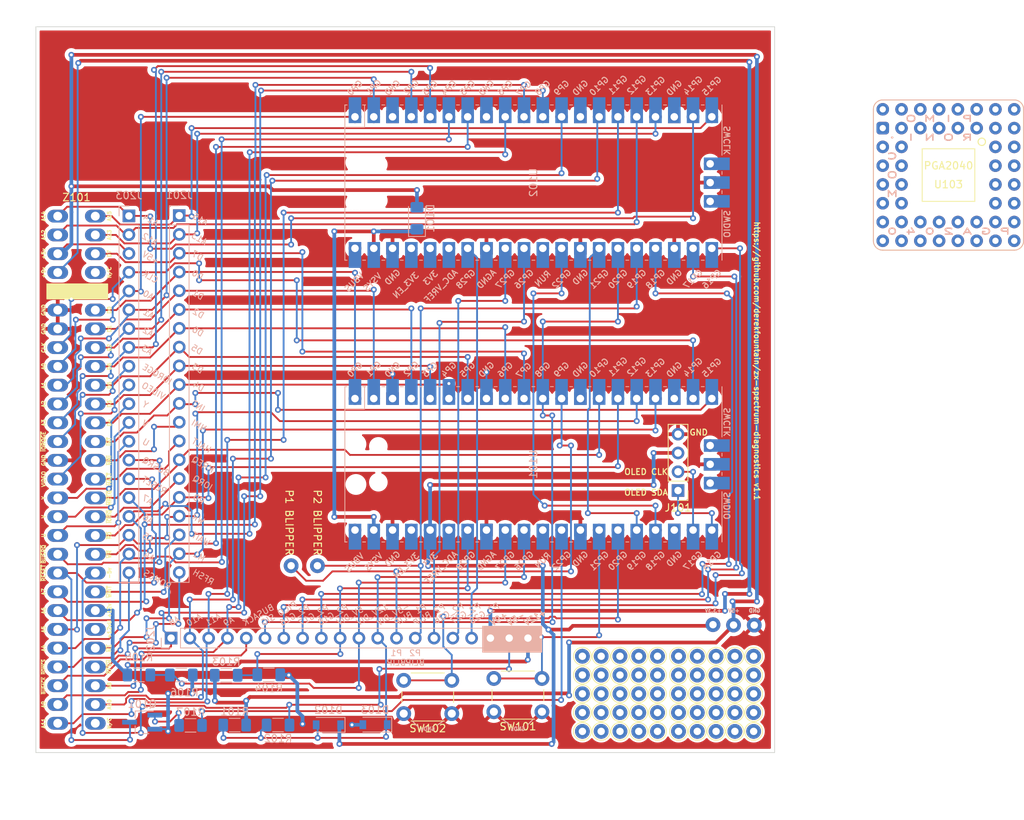
<source format=kicad_pcb>
(kicad_pcb (version 20211014) (generator pcbnew)
  (title_block (title "ZX Spectrum Diagnostics") (date "2023-11-30") (rev "1.1"))
  (layers (0 "F.Cu" signal) (31 "B.Cu" signal) (34 "B.Paste" user) (35 "F.Paste" user) (36 "B.SilkS" user "B.Silkscreen") (37 "F.SilkS" user "F.Silkscreen") (38 "B.Mask" user) (39 "F.Mask" user) (44 "Edge.Cuts" user))
  (net 0 "")
  (net 1 "PICO_PWR")
  (net 2 "+5V")
  (net 3 "3V3_PICO1")
  (net 4 "MIN5V_DIV")
  (net 5 "GND")
  (net 6 "OLED_SDA")
  (net 7 "OLED_SCK")
  (net 8 "ZXMIN5V")
  (net 9 "5V_DIV")
  (net 10 "12V_DIV")
  (net 11 "ZX12V")
  (net 12 "P2_LINKOUT")
  (net 13 "P2_LINKIN")
  (net 14 "P1_SWDIO")
  (net 15 "P1_SWCLK")
  (net 16 "P2_SWDIO")
  (net 17 "P2_SWCLK")
  (net 18 "PICO_SIGNAL")
  (net 19 "P1_BLIPPER")
  (net 20 "P2_BLIPPER")
  (net 25 "P2_GPIO16")
  (net 26 "P2_GPIO17")
  (net 27 "P2_GPIO18")
  (net 28 "P2_GPIO26")
  (net 29 "P2_GPIO27")
  (net 30 "P2_GPIO28")
  (net 33 "3V3_PICO2")
  (net 36 "ZXVIDEO")
  (net 37 "ZXY")
  (net 38 "ZXV")
  (net 39 "ZXU")
  (net 40 "ZXBUSRQ")
  (net 41 "ZXRESET")
  (net 42 "ZXA7")
  (net 43 "ZXA6")
  (net 44 "ZXA5")
  (net 45 "ZXA4")
  (net 46 "ZXROMCS")
  (net 47 "ZXBUSACK")
  (net 48 "ZXA9")
  (net 49 "ZXA11")
  (net 50 "ZXIORQGE")
  (net 51 "ZXA3")
  (net 52 "ZXA2")
  (net 53 "ZXA1")
  (net 54 "ZXA0")
  (net 55 "ZXCLK")
  (net 56 "ZX9V")
  (net 57 "ZXA12")
  (net 58 "ZXA14")
  (net 59 "ZXA15")
  (net 60 "ZXA13")
  (net 61 "ZXD7")
  (net 62 "ZXD0")
  (net 63 "ZXD1")
  (net 64 "ZXD2")
  (net 65 "ZXD6")
  (net 66 "ZXD5")
  (net 67 "ZXD3")
  (net 68 "ZXD4")
  (net 69 "ZXINT")
  (net 70 "ZXA10")
  (net 71 "ZXA8")
  (net 72 "ZXRFSH")
  (net 73 "ZXM1")
  (net 74 "ZX12VAC")
  (net 75 "ZXWAIT")
  (net 76 "ZXWR")
  (net 77 "ZXRD")
  (net 78 "ZXIORQ")
  (net 79 "ZXMREQ")
  (net 80 "ZXHALT")
  (net 81 "ZXNMI")
  (net 82 "Net-(Q101-Pad1)")
  (net 83 "PICO_RESET_Z80")
  (net 84 "INPUT1")
  (net 85 "INPUT2")
  (footprint "TestPoint:TestPoint_THTPad_D2.0mm_Drill1.0mm" (layer "F.Cu") (at 166.69 148.64)
    (fp_text reference "REF**17" hide)
    (fp_text value "TestPoint_THTPad_D2.0mm_Drill1.0mm" hide)
  )
  (footprint "TestPoint:TestPoint_THTPad_D2.0mm_Drill1.0mm" (layer "F.Cu") (at 148.61 151.18)
    (fp_text reference "REF**20" hide)
    (fp_text value "TestPoint_THTPad_D2.0mm_Drill1.0mm" hide)
  )
  (footprint "" (layer "F.Cu") (at 109.22 128.778)
    (fp_text reference "")
    (fp_text value "")
  )
  (footprint "TestPoint:TestPoint_THTPad_D2.0mm_Drill1.0mm" (layer "F.Cu") (at 158.77 148.64)
    (fp_text reference "REF**19" hide)
    (fp_text value "TestPoint_THTPad_D2.0mm_Drill1.0mm" hide)
  )
  (footprint "TestPoint:TestPoint_THTPad_D2.0mm_Drill1.0mm" (layer "F.Cu") (at 148.61 141.02)
    (fp_text reference "REF**" hide)
    (fp_text value "TestPoint_THTPad_D2.0mm_Drill1.0mm" hide)
  )
  (footprint "TestPoint:TestPoint_THTPad_D2.0mm_Drill1.0mm" (layer "F.Cu") (at 148.61 146.1)
    (fp_text reference "REF**10" hide)
    (fp_text value "TestPoint_THTPad_D2.0mm_Drill1.0mm" hide)
  )
  (footprint "TestPoint:TestPoint_THTPad_D2.0mm_Drill1.0mm" (layer "F.Cu") (at 151.15 151.18)
    (fp_text reference "REF**21" hide)
    (fp_text value "TestPoint_THTPad_D2.0mm_Drill1.0mm" hide)
  )
  (footprint "TestPoint:TestPoint_THTPad_D2.0mm_Drill1.0mm" (layer "F.Cu") (at 153.69 148.64)
    (fp_text reference "REF**17" hide)
    (fp_text value "TestPoint_THTPad_D2.0mm_Drill1.0mm" hide)
  )
  (footprint "TestPoint:TestPoint_THTPad_D2.0mm_Drill1.0mm" (layer "F.Cu") (at 151.15 141.02)
    (fp_text reference "REF**1" hide)
    (fp_text value "TestPoint_THTPad_D2.0mm_Drill1.0mm" hide)
  )
  (footprint "TestPoint:TestPoint_THTPad_D2.0mm_Drill1.0mm" (layer "F.Cu") (at 169.23 141.02)
    (fp_text reference "REF**3" hide)
    (fp_text value "TestPoint_THTPad_D2.0mm_Drill1.0mm" hide)
  )
  (footprint "TestPoint:TestPoint_THTPad_D2.0mm_Drill1.0mm" (layer "F.Cu") (at 169.23 143.56)
    (fp_text reference "REF**8" hide)
    (fp_text value "TestPoint_THTPad_D2.0mm_Drill1.0mm" hide)
  )
  (footprint "TestPoint:TestPoint_THTPad_D2.0mm_Drill1.0mm" (layer "F.Cu") (at 164.15 151.18)
    (fp_text reference "REF**21" hide)
    (fp_text value "TestPoint_THTPad_D2.0mm_Drill1.0mm" hide)
  )
  (footprint "TestPoint:TestPoint_THTPad_D2.0mm_Drill1.0mm" (layer "F.Cu") (at 164.15 146.1)
    (fp_text reference "REF**11" hide)
    (fp_text value "TestPoint_THTPad_D2.0mm_Drill1.0mm" hide)
  )
  (footprint "TestPoint:TestPoint_THTPad_D2.0mm_Drill1.0mm" (layer "F.Cu") (at 158.77 143.56)
    (fp_text reference "REF**9" hide)
    (fp_text value "TestPoint_THTPad_D2.0mm_Drill1.0mm" hide)
  )
  (footprint "TestPoint:TestPoint_THTPad_D2.0mm_Drill1.0mm" (layer "F.Cu") (at 164.15 143.56)
    (fp_text reference "REF**6" hide)
    (fp_text value "TestPoint_THTPad_D2.0mm_Drill1.0mm" hide)
  )
  (footprint "TestPoint:TestPoint_THTPad_D2.0mm_Drill1.0mm" (layer "F.Cu") (at 156.23 148.64)
    (fp_text reference "REF**18" hide)
    (fp_text value "TestPoint_THTPad_D2.0mm_Drill1.0mm" hide)
  )
  (footprint "TestPoint:TestPoint_THTPad_D2.0mm_Drill1.0mm" (layer "F.Cu") (at 158.77 151.18)
    (fp_text reference "REF**24" hide)
    (fp_text value "TestPoint_THTPad_D2.0mm_Drill1.0mm" hide)
  )
  (footprint "TestPoint:TestPoint_THTPad_D2.0mm_Drill1.0mm" (layer "F.Cu") (at 166.69 146.1)
    (fp_text reference "REF**12" hide)
    (fp_text value "TestPoint_THTPad_D2.0mm_Drill1.0mm" hide)
  )
  (footprint "TestPoint:TestPoint_THTPad_D2.0mm_Drill1.0mm" (layer "F.Cu") (at 161.61 141.02)
    (fp_text reference "REF**" hide)
    (fp_text value "TestPoint_THTPad_D2.0mm_Drill1.0mm" hide)
  )
  (footprint "PGA2040:PGA2040" (layer "F.Cu") (at 198.12 75.946)
    (fp_text reference "U103")
    (fp_text value "PGA2040")
  )
  (footprint "" (layer "F.Cu") (at 166.27 136.75)
    (fp_text reference "")
    (fp_text value "")
  )
  (footprint "TestPoint:TestPoint_THTPad_D2.0mm_Drill1.0mm" (layer "F.Cu") (at 156.23 146.1)
    (fp_text reference "REF**13" hide)
    (fp_text value "TestPoint_THTPad_D2.0mm_Drill1.0mm" hide)
  )
  (footprint "TestPoint:TestPoint_THTPad_D2.0mm_Drill1.0mm" (layer "F.Cu") (at 171.77 151.18)
    (fp_text reference "REF**24" hide)
    (fp_text value "TestPoint_THTPad_D2.0mm_Drill1.0mm" hide)
  )
  (footprint "TestPoint:TestPoint_THTPad_D2.0mm_Drill1.0mm" (layer "F.Cu") (at 156.23 141.02)
    (fp_text reference "REF**3" hide)
    (fp_text value "TestPoint_THTPad_D2.0mm_Drill1.0mm" hide)
  )
  (footprint "TestPoint:TestPoint_THTPad_D2.0mm_Drill1.0mm" (layer "F.Cu") (at 166.69 151.18)
    (fp_text reference "REF**22" hide)
    (fp_text value "TestPoint_THTPad_D2.0mm_Drill1.0mm" hide)
  )
  (footprint "TestPoint:TestPoint_THTPad_D2.0mm_Drill1.0mm" (layer "F.Cu") (at 169.23 146.1)
    (fp_text reference "REF**13" hide)
    (fp_text value "TestPoint_THTPad_D2.0mm_Drill1.0mm" hide)
  )
  (footprint "" (layer "F.Cu") (at 171.85 136.81)
    (fp_text reference "")
    (fp_text value "")
  )
  (footprint "TestPoint:TestPoint_THTPad_D2.0mm_Drill1.0mm" (layer "F.Cu") (at 166.69 141.02)
    (fp_text reference "REF**2" hide)
    (fp_text value "TestPoint_THTPad_D2.0mm_Drill1.0mm" hide)
  )
  (footprint "Connector_PinHeader_2.54mm:PinHeader_1x04_P2.54mm_Vertical" (layer "F.Cu") (at 161.544 118.608 180)
    (fp_text reference "J101")
    (fp_text value "Conn_01x04")
  )
  (footprint "Button_Switch_THT:SW_PUSH_6mm_H4.3mm" (layer "F.Cu") (at 143.138 148.524 180)
    (fp_text reference "SW101")
    (fp_text value "SW_SPST")
  )
  (footprint "zxedge:Spectrum_Edge_Connector" (layer "F.Cu") (at 80.198 114.524 -90)
    (fp_text reference "Z101")
    (fp_text value "ZX48Bus")
  )
  (footprint "TestPoint:TestPoint_THTPad_D2.0mm_Drill1.0mm" (layer "F.Cu") (at 161.61 148.64)
    (fp_text reference "REF**15" hide)
    (fp_text value "TestPoint_THTPad_D2.0mm_Drill1.0mm" hide)
  )
  (footprint "TestPoint:TestPoint_THTPad_D2.0mm_Drill1.0mm" (layer "F.Cu") (at 148.61 143.56)
    (fp_text reference "REF**5" hide)
    (fp_text value "TestPoint_THTPad_D2.0mm_Drill1.0mm" hide)
  )
  (footprint "" (layer "F.Cu") (at 169.05 136.8)
    (fp_text reference "")
    (fp_text value "")
  )
  (footprint "TestPoint:TestPoint_THTPad_D2.0mm_Drill1.0mm" (layer "F.Cu") (at 153.69 141.02)
    (fp_text reference "REF**2" hide)
    (fp_text value "TestPoint_THTPad_D2.0mm_Drill1.0mm" hide)
  )
  (footprint "TestPoint:TestPoint_THTPad_D2.0mm_Drill1.0mm" (layer "F.Cu") (at 151.15 143.56)
    (fp_text reference "REF**6" hide)
    (fp_text value "TestPoint_THTPad_D2.0mm_Drill1.0mm" hide)
  )
  (footprint "TestPoint:TestPoint_THTPad_D2.0mm_Drill1.0mm" (layer "F.Cu") (at 151.15 146.1)
    (fp_text reference "REF**11" hide)
    (fp_text value "TestPoint_THTPad_D2.0mm_Drill1.0mm" hide)
  )
  (footprint "TestPoint:TestPoint_THTPad_D2.0mm_Drill1.0mm" (layer "F.Cu") (at 171.77 146.1)
    (fp_text reference "REF**14" hide)
    (fp_text value "TestPoint_THTPad_D2.0mm_Drill1.0mm" hide)
  )
  (footprint "Button_Switch_THT:SW_PUSH_6mm_H4.3mm" (layer "F.Cu") (at 130.946 148.778 180)
    (fp_text reference "SW102")
    (fp_text value "SW_SPST")
  )
  (footprint "TestPoint:TestPoint_THTPad_D2.0mm_Drill1.0mm" (layer "F.Cu") (at 164.15 141.02)
    (fp_text reference "REF**1" hide)
    (fp_text value "TestPoint_THTPad_D2.0mm_Drill1.0mm" hide)
  )
  (footprint "TestPoint:TestPoint_THTPad_D2.0mm_Drill1.0mm" (layer "F.Cu") (at 164.15 148.64)
    (fp_text reference "REF**16" hide)
    (fp_text value "TestPoint_THTPad_D2.0mm_Drill1.0mm" hide)
  )
  (footprint "TestPoint:TestPoint_THTPad_D2.0mm_Drill1.0mm" (layer "F.Cu") (at 161.61 146.1)
    (fp_text reference "REF**10" hide)
    (fp_text value "TestPoint_THTPad_D2.0mm_Drill1.0mm" hide)
  )
  (footprint "TestPoint:TestPoint_THTPad_D2.0mm_Drill1.0mm" (layer "F.Cu") (at 158.77 141.02)
    (fp_text reference "REF**4" hide)
    (fp_text value "TestPoint_THTPad_D2.0mm_Drill1.0mm" hide)
  )
  (footprint "TestPoint:TestPoint_THTPad_D2.0mm_Drill1.0mm" (layer "F.Cu") (at 161.61 151.18)
    (fp_text reference "REF**20" hide)
    (fp_text value "TestPoint_THTPad_D2.0mm_Drill1.0mm" hide)
  )
  (footprint "TestPoint:TestPoint_THTPad_D2.0mm_Drill1.0mm" (layer "F.Cu") (at 151.15 148.64)
    (fp_text reference "REF**16" hide)
    (fp_text value "TestPoint_THTPad_D2.0mm_Drill1.0mm" hide)
  )
  (footprint "TestPoint:TestPoint_THTPad_D2.0mm_Drill1.0mm" (layer "F.Cu") (at 148.61 148.64)
    (fp_text reference "REF**15" hide)
    (fp_text value "TestPoint_THTPad_D2.0mm_Drill1.0mm" hide)
  )
  (footprint "TestPoint:TestPoint_THTPad_D2.0mm_Drill1.0mm" (layer "F.Cu") (at 158.77 146.1)
    (fp_text reference "REF**14" hide)
    (fp_text value "TestPoint_THTPad_D2.0mm_Drill1.0mm" hide)
  )
  (footprint "TestPoint:TestPoint_THTPad_D2.0mm_Drill1.0mm" (layer "F.Cu") (at 166.69 143.56)
    (fp_text reference "REF**7" hide)
    (fp_text value "TestPoint_THTPad_D2.0mm_Drill1.0mm" hide)
  )
  (footprint "TestPoint:TestPoint_THTPad_D2.0mm_Drill1.0mm" (layer "F.Cu") (at 171.77 143.56)
    (fp_text reference "REF**9" hide)
    (fp_text value "TestPoint_THTPad_D2.0mm_Drill1.0mm" hide)
  )
  (footprint "TestPoint:TestPoint_THTPad_D2.0mm_Drill1.0mm" (layer "F.Cu") (at 153.69 146.1)
    (fp_text reference "REF**12" hide)
    (fp_text value "TestPoint_THTPad_D2.0mm_Drill1.0mm" hide)
  )
  (footprint "TestPoint:TestPoint_THTPad_D2.0mm_Drill1.0mm" (layer "F.Cu") (at 171.77 148.64)
    (fp_text reference "REF**19" hide)
    (fp_text value "TestPoint_THTPad_D2.0mm_Drill1.0mm" hide)
  )
  (footprint "TestPoint:TestPoint_THTPad_D2.0mm_Drill1.0mm" (layer "F.Cu") (at 153.69 143.56)
    (fp_text reference "REF**7" hide)
    (fp_text value "TestPoint_THTPad_D2.0mm_Drill1.0mm" hide)
  )
  (footprint "TestPoint:TestPoint_THTPad_D2.0mm_Drill1.0mm" (layer "F.Cu") (at 169.23 151.18)
    (fp_text reference "REF**23" hide)
    (fp_text value "TestPoint_THTPad_D2.0mm_Drill1.0mm" hide)
  )
  (footprint "TestPoint:TestPoint_THTPad_D2.0mm_Drill1.0mm" (layer "F.Cu") (at 156.23 151.18)
    (fp_text reference "REF**23" hide)
    (fp_text value "TestPoint_THTPad_D2.0mm_Drill1.0mm" hide)
  )
  (footprint "TestPoint:TestPoint_THTPad_D2.0mm_Drill1.0mm" (layer "F.Cu") (at 153.69 151.18)
    (fp_text reference "REF**22" hide)
    (fp_text value "TestPoint_THTPad_D2.0mm_Drill1.0mm" hide)
  )
  (footprint "TestPoint:TestPoint_THTPad_D2.0mm_Drill1.0mm" (layer "F.Cu") (at 171.77 141.02)
    (fp_text reference "REF**4" hide)
    (fp_text value "TestPoint_THTPad_D2.0mm_Drill1.0mm" hide)
  )
  (footprint "TestPoint:TestPoint_THTPad_D2.0mm_Drill1.0mm" (layer "F.Cu") (at 161.61 143.56)
    (fp_text reference "REF**5" hide)
    (fp_text value "TestPoint_THTPad_D2.0mm_Drill1.0mm" hide)
  )
  (footprint "TestPoint:TestPoint_THTPad_D2.0mm_Drill1.0mm" (layer "F.Cu") (at 156.23 143.56)
    (fp_text reference "REF**8" hide)
    (fp_text value "TestPoint_THTPad_D2.0mm_Drill1.0mm" hide)
  )
  (footprint "" (layer "F.Cu") (at 112.776 128.778)
    (fp_text reference "")
    (fp_text value "")
  )
  (footprint "TestPoint:TestPoint_THTPad_D2.0mm_Drill1.0mm" (layer "F.Cu") (at 169.23 148.64)
    (fp_text reference "REF**18" hide)
    (fp_text value "TestPoint_THTPad_D2.0mm_Drill1.0mm" hide)
  )
  (footprint "Connector_PinSocket_2.54mm:PinSocket_1x20_P2.54mm_Vertical" (layer "B.Cu") (at 87.285 81.47 180)
    (fp_text reference "J203")
    (fp_text value "Conn_01x20_Female")
  )
  (footprint "Resistor_SMD:R_1206_3216Metric_Pad1.30x1.75mm_HandSolder" (layer "B.Cu") (at 94.37 143.56)
    (fp_text reference "R106")
    (fp_text value "1K5")
  )
  (footprint "Resistor_SMD:R_1206_3216Metric_Pad1.30x1.75mm_HandSolder" (layer "B.Cu") (at 101.59 150.33 180)
    (fp_text reference "R101")
    (fp_text value "1K5")
  )
  (footprint "Connector_PinSocket_2.54mm:PinSocket_1x20_P2.54mm_Vertical" (layer "B.Cu") (at 92.99 138.565 -90)
    (fp_text reference "J202")
    (fp_text value "Conn_01x20_Female")
  )
  (footprint "Package_TO_SOT_SMD:TSOT-23_HandSoldering" (layer "B.Cu") (at 89.08 149.93 180)
    (fp_text reference "Q101")
    (fp_text value "PMBT2222A")
  )
  (footprint "Diode_SMD:D_SOD-123" (layer "B.Cu") (at 114.26 150.29 180)
    (fp_text reference "D102")
    (fp_text value "1N4148")
  )
  (footprint "Resistor_SMD:R_1206_3216Metric_Pad1.30x1.75mm_HandSolder" (layer "B.Cu") (at 107.45 150.32)
    (fp_text reference "R102")
    (fp_text value "1K5")
  )
  (footprint "Resistor_SMD:R_1206_3216Metric_Pad1.30x1.75mm_HandSolder" (layer "B.Cu") (at 100.44 143.59 180)
    (fp_text reference "R103")
    (fp_text value "1K5")
  )
  (footprint "Resistor_SMD:R_1206_3216Metric_Pad1.30x1.75mm_HandSolder" (layer "B.Cu") (at 95.62 150.37 180)
    (fp_text reference "R107")
    (fp_text value "1K")
  )
  (footprint "Diode_SMD:D_1206_3216Metric_Pad1.42x1.75mm_HandSolder" (layer "B.Cu") (at 126.238 81.788 90)
    (fp_text reference "D101")
    (fp_text value "D_Schottky")
  )
  (footprint "Pico:RPi_Pico_SMD_TH" (layer "B.Cu") (at 141.986 76.962 -90)
    (fp_text reference "U102")
    (fp_text value "Pico")
  )
  (footprint "Diode_SMD:D_SOD-123" (layer "B.Cu") (at 120.57 150.27 180)
    (fp_text reference "D103")
    (fp_text value "1N4148")
  )
  (footprint "Pico:RPi_Pico_SMD_TH" (layer "B.Cu") (at 141.986 115.062 -90)
    (fp_text reference "U101")
    (fp_text value "Pico")
  )
  (footprint "Resistor_SMD:R_1206_3216Metric_Pad1.30x1.75mm_HandSolder" (layer "B.Cu") (at 106.2 143.53)
    (fp_text reference "R104")
    (fp_text value "1K5")
  )
  (footprint "Resistor_SMD:R_1206_3216Metric_Pad1.30x1.75mm_HandSolder" (layer "B.Cu") (at 88.63 143.55 180)
    (fp_text reference "R105")
    (fp_text value "5K6")
  )
  (footprint "Connector_PinSocket_2.54mm:PinSocket_1x20_P2.54mm_Vertical" (layer "B.Cu") (at 94.09 81.43 180)
    (fp_text reference "J201")
    (fp_text value "Conn_01x20_Female")
  )
  (gr_line (start 141.158 150.338) (end 141.92 149.576) (layer "B.SilkS") (width 0.15))
  (gr_rect (start 143.088 136.981) (end 135.128 140.462) (layer "B.SilkS") (width 0.15) (fill solid))
  (gr_line (start 128.966 150.338) (end 129.728 149.83) (layer "B.SilkS") (width 0.15))
  (gr_line (start 126.426 150.592) (end 125.664 149.83) (layer "B.SilkS") (width 0.15))
  (gr_line (start 138.872 150.338) (end 137.856 149.576) (layer "B.SilkS") (width 0.15))
  (gr_rect (start 76.2 90.678) (end 84.396 92.68) (layer "F.SilkS") (width 0.15) (fill solid))
  (gr_rect locked (start 74.7 55.886) (end 174.61 154.05) (layer "Edge.Cuts") (width 0.1) (fill none))
  (gr_text "A9" (at 100.08 136.72 30) (layer "B.SilkS") (effects (font (size 0.8 0.8) (thickness 0.125)) (justify right mirror)))
  (gr_text "RESET" (at 89.098 116.96 330) (layer "B.SilkS") (effects (font (size 0.8 0.8) (thickness 0.125)) (justify right mirror)))
  (gr_text "A2" (at 89.168 96.75 330) (layer "B.SilkS") (effects (font (size 0.8 0.8) (thickness 0.125)) (justify right mirror)))
  (gr_text "-5V_DIV" (at 120.838 136.622 30) (layer "B.SilkS") (effects (font (size 0.8 0.8) (thickness 0.125)) (justify right mirror)))
  (gr_text "P2_G18" (at 112.88 136.57 30) (layer "B.SilkS") (effects (font (size 0.8 0.8) (thickness 0.125)) (justify right mirror)))
  (gr_text "CLK" (at 89.118 89.11 330) (layer "B.SilkS") (effects (font (size 0.8 0.8) (thickness 0.125)) (justify right mirror)))
  (gr_text "INT" (at 95.816 106.71 330) (layer "B.SilkS") (effects (font (size 0.8 0.8) (thickness 0.125)) (justify right mirror)))
  (gr_text "PICO SIG" (at 105.2 136.62 30) (layer "B.SilkS") (effects (font (size 0.8 0.8) (thickness 0.125)) (justify right mirror)))
  (gr_text "+12V" (at 140.716 136.652 30) (layer "B.SilkS") (effects (font (size 0.8 0.8) (thickness 0.2)) (justify right mirror)))
  (gr_text "P2_G28" (at 133.35 136.398 30) (layer "B.SilkS") (effects (font (size 0.8 0.8) (thickness 0.125)) (justify right mirror)))
  (gr_text "BUSRQ" (at 89.128 114.33 330) (layer "B.SilkS") (effects (font (size 0.8 0.8) (thickness 0.125)) (justify right mirror)))
  (gr_text "D0" (at 95.806 89.03 330) (layer "B.SilkS") (effects (font (size 0.8 0.8) (thickness 0.125)) (justify right mirror)))
  (gr_text "D7" (at 95.806 86.43 330) (layer "B.SilkS") (effects (font (size 0.8 0.8) (thickness 0.125)) (justify right mirror)))
  (gr_text "HALT" (at 95.826 111.78 330) (layer "B.SilkS") (effects (font (size 0.8 0.8) (thickness 0.125)) (justify right mirror)))
  (gr_text "P2\nBLIP" (at 125.984 141.224) (layer "B.SilkS") (effects (font (size 0.8 0.8) (thickness 0.125)) (justify mirror)))
  (gr_text "A12" (at 89.078 84.04 330) (layer "B.SilkS") (effects (font (size 0.8 0.8) (thickness 0.125)) (justify right mirror)))
  (gr_text "-5V" (at 138.43 136.652 30) (layer "B.SilkS") (effects (font (size 0.8 0.8) (thickness 0.2)) (justify right mirror)))
  (gr_text "12V_DIV" (at 118.09 136.58 30) (layer "B.SilkS") (effects (font (size 0.8 0.8) (thickness 0.125)) (justify right mirror)))
  (gr_text "NMI" (at 95.766 109.28 330) (layer "B.SilkS") (effects (font (size 0.8 0.8) (thickness 0.125)) (justify right mirror)))
  (gr_text "A7" (at 89.088 119.46 330) (layer "B.SilkS") (effects (font (size 0.8 0.8) (thickness 0.125)) (justify right mirror)))
  (gr_text "IORQ" (at 95.946 116.81 330) (layer "B.SilkS") (effects (font (size 0.8 0.8) (thickness 0.125)) (justify right mirror)))
  (gr_text "GND" (at 171.892 134.844) (layer "B.SilkS") (effects (font (size 0.5 0.5) (thickness 0.125)) (justify mirror)))
  (gr_text "ROMCS" (at 89.258 129.59 330) (layer "B.SilkS") (effects (font (size 0.8 0.8) (thickness 0.125)) (justify right mirror)))
  (gr_text "P2_G27" (at 130.81 136.398 30) (layer "B.SilkS") (effects (font (size 0.8 0.8) (thickness 0.125)) (justify right mirror)))
  (gr_text "RD" (at 95.946 119.35 330) (layer "B.SilkS") (effects (font (size 0.8 0.8) (thickness 0.125)) (justify right mirror)))
  (gr_text "+9V" (at 136.144 136.652 30) (layer "B.SilkS") (effects (font (size 0.8 0.8) (thickness 0.2)) (justify right mirror)))
  (gr_text "IORQGE" (at 89.138 101.75 330) (layer "B.SilkS") (effects (font (size 0.8 0.8) (thickness 0.125)) (justify right mirror)))
  (gr_text "A8" (at 92.74 136.68 30) (layer "B.SilkS") (effects (font (size 0.8 0.8) (thickness 0.125)) (justify right mirror)))
  (gr_text "P2_G17" (at 110.26 136.66 30) (layer "B.SilkS") (effects (font (size 0.8 0.8) (thickness 0.125)) (justify right mirror)))
  (gr_text "V" (at 89.078 109.36 330) (layer "B.SilkS") (effects (font (size 0.8 0.8) (thickness 0.125)) (justify right mirror)))
  (gr_text "A4" (at 89.298 127.13 330) (layer "B.SilkS") (effects (font (size 0.8 0.8) (thickness 0.125)) (justify right mirror)))
  (gr_text "P2_G26" (at 128.524 136.398 30) (layer "B.SilkS") (effects (font (size 0.8 0.8) (thickness 0.125)) (justify right mirror)))
  (gr_text "WR" (at 95.836 121.99 330) (layer "B.SilkS") (effects (font (size 0.8 0.8) (thickness 0.125)) (justify right mirror)))
  (gr_text "P1 BLIP" (at 123.19 136.652 30) (layer "B.SilkS") (effects (font (size 0.8 0.8) (thickness 0.125)) (justify right mirror)))
  (gr_text "P2_G16" (at 107.7 136.64 30) (layer "B.SilkS") (effects (font (size 0.8 0.8) (thickness 0.125)) (justify right mirror)))
  (gr_text "A14" (at 89.198 81.43 330) (layer "B.SilkS") (effects (font (size 0.8 0.8) (thickness 0.125)) (justify right mirror)))
  (gr_text "GNDs" (at 139.888 150.846) (layer "B.SilkS") (effects (font (size 0.5 0.5) (thickness 0.125)) (justify mirror)))
  (gr_text "A15" (at 95.886 81.35 330) (layer "B.SilkS") (effects (font (size 0.8 0.8) (thickness 0.125)) (justify right mirror)))
  (gr_text "+3.3V" (at 166.304 134.844) (layer "B.SilkS") (effects (font (size 0.5 0.5) (thickness 0.125)) (justify mirror)))
  (gr_text "A10" (at 95.08 136.71 30) (layer "B.SilkS") (effects (font (size 0.8 0.8) (thickness 0.125)) (justify right mirror)))
  (gr_text "D4" (at 95.946 104.11 330) (layer "B.SilkS") (effects (font (size 0.8 0.8) (thickness 0.125)) (justify right mirror)))
  (gr_text "A5" (at 89.138 124.57 330) (layer "B.SilkS") (effects (font (size 0.8 0.8) (thickness 0.125)) (justify right mirror)))
  (gr_text "GND" (at 171.892 134.844) (layer "B.SilkS") (effects (font (size 0.5 0.5) (thickness 0.125)) (justify mirror)))
  (gr_text "+5V" (at 89.118 86.51 330) (layer "B.SilkS") (effects (font (size 0.8 0.8) (thickness 0.125)) (justify right mirror)))
  (gr_text "GNDs" (at 127.696 150.846) (layer "B.SilkS") (effects (font (size 0.5 0.5) (thickness 0.125)) (justify mirror)))
  (gr_text "P1\nBLIP" (at 123.444 141.224) (layer "B.SilkS") (effects (font (size 0.8 0.8) (thickness 0.125)) (justify mirror)))
  (gr_text "GND" (at 171.892 134.844) (layer "B.SilkS") (effects (font (size 0.5 0.5) (thickness 0.125)) (justify mirror)))
  (gr_text "D6" (at 95.856 96.67 330) (layer "B.SilkS") (effects (font (size 0.8 0.8) (thickness 0.125)) (justify right mirror)))
  (gr_text "D5" (at 95.726 99.12 330) (layer "B.SilkS") (effects (font (size 0.8 0.8) (thickness 0.125)) (justify right mirror)))
  (gr_text "A6" (at 89.148 122.07 330) (layer "B.SilkS") (effects (font (size 0.8 0.8) (thickness 0.125)) (justify right mirror)))
  (gr_text "D2" (at 95.926 94.23 330) (layer "B.SilkS") (effects (font (size 0.8 0.8) (thickness 0.125)) (justify right mirror)))
  (gr_text "RFSH" (at 95.946 129.51 330) (layer "B.SilkS") (effects (font (size 0.8 0.8) (thickness 0.125)) (justify right mirror)))
  (gr_text "D3" (at 95.826 101.67 330) (layer "B.SilkS") (effects (font (size 0.8 0.8) (thickness 0.125)) (justify right mirror)))
  (gr_text "U" (at 89.138 111.86 330) (layer "B.SilkS") (effects (font (size 0.8 0.8) (thickness 0.125)) (justify right mirror)))
  (gr_text "WAIT" (at 95.826 124.49 330) (layer "B.SilkS") (effects (font (size 0.8 0.8) (thickness 0.125)) (justify right mirror)))
  (gr_text "BUSACK" (at 102.68 136.66 30) (layer "B.SilkS") (effects (font (size 0.8 0.8) (thickness 0.125)) (justify right mirror)))
  (gr_text "D1" (at 95.876 91.71 330) (layer "B.SilkS") (effects (font (size 0.8 0.8) (thickness 0.125)) (justify right mirror)))
  (gr_text "VIDEO" (at 89.038 104.24 330) (layer "B.SilkS") (effects (font (size 0.8 0.8) (thickness 0.125)) (justify right mirror)))
  (gr_text "A13" (at 95.766 83.96 330) (layer "B.SilkS") (effects (font (size 0.8 0.8) (thickness 0.125)) (justify right mirror)))
  (gr_text "P2 BLIP" (at 125.73 136.652 30) (layer "B.SilkS") (effects (font (size 0.8 0.8) (thickness 0.125)) (justify right mirror)))
  (gr_text "A3" (at 89.038 99.2 330) (layer "B.SilkS") (effects (font (size 0.8 0.8) (thickness 0.125)) (justify right mirror)))
  (gr_text "+5V" (at 169.098 134.844) (layer "B.SilkS") (effects (font (size 0.5 0.5) (thickness 0.125)) (justify mirror)))
  (gr_text "A0" (at 89.188 91.79 330) (layer "B.SilkS") (effects (font (size 0.8 0.8) (thickness 0.125)) (justify right mirror)))
  (gr_text "MREQ" (at 95.816 114.25 330) (layer "B.SilkS") (effects (font (size 0.8 0.8) (thickness 0.125)) (justify right mirror)))
  (gr_text "M1" (at 95.986 127.05 330) (layer "B.SilkS") (effects (font (size 0.8 0.8) (thickness 0.125)) (justify right mirror)))
  (gr_text "5V_DIV" (at 115.42 136.57 30) (layer "B.SilkS") (effects (font (size 0.8 0.8) (thickness 0.125)) (justify right mirror)))
  (gr_text "A11" (at 97.64 136.67 30) (layer "B.SilkS") (effects (font (size 0.8 0.8) (thickness 0.125)) (justify right mirror)))
  (gr_text "Y" (at 89.128 106.79 330) (layer "B.SilkS") (effects (font (size 0.8 0.8) (thickness 0.125)) (justify right mirror)))
  (gr_text "A1" (at 89.238 94.31 330) (layer "B.SilkS") (effects (font (size 0.8 0.8) (thickness 0.125)) (justify right mirror)))
  (gr_text "GND" (at 164.338 110.744) (layer "F.SilkS") (effects (font (size 0.8 0.8))))
  (gr_text "https://github.com/derekfountain/zx-spectrum-diagnostics v1.1" (at 172.212 101.092 270) (layer "F.SilkS") (effects (font (size 0.75 0.75))))
  (gr_text "OLED SDA" (at 157.226 118.872) (layer "F.SilkS") (effects (font (size 0.8 0.8))))
  (gr_text "P2 BLIPPER" (at 112.776 122.936 -90) (layer "F.SilkS") (effects (font (size 1 1))))
  (gr_text "OLED CLK" (at 157.226 116.078) (layer "F.SilkS") (effects (font (size 0.8 0.8))))
  (gr_text "P1 BLIPPER" (at 108.966 122.936 -90) (layer "F.SilkS") (effects (font (size 1 1))))
  (segment (start 115.062 122.174) (end 120.396 122.174) (width 0.5) (layer "F.Cu") (net 1))
  (segment (start 120.396 85.852) (end 120.396 83.566) (width 0.5) (layer "F.Cu") (net 1))
  (segment (start 120.396 83.566) (end 115.062 83.566) (width 0.5) (layer "F.Cu") (net 1))
  (via (at 115.062 83.566) (size 0.8) (drill 0.4) (layers "F.Cu" "B.Cu") (net 1))
  (via (at 120.396 83.566) (size 0.8) (drill 0.4) (layers "F.Cu" "B.Cu") (net 1))
  (via (at 120.396 122.174) (size 0.8) (drill 0.4) (layers "F.Cu" "B.Cu") (net 1))
  (via (at 115.062 122.174) (size 0.8) (drill 0.4) (layers "F.Cu" "B.Cu") (net 1))
  (segment (start 120.396 122.174) (end 120.396 123.952) (width 0.5) (layer "B.Cu") (net 1))
  (segment (start 120.396 83.566) (end 125.9475 83.566) (width 0.5) (layer "B.Cu") (net 1))
  (segment (start 115.062 83.566) (end 115.062 122.174) (width 0.5) (layer "B.Cu") (net 1))
  (segment (start 103.14 147.036) (end 102.886 147.29) (width 0.5) (layer "F.Cu") (net 2))
  (segment (start 123.852 146.528) (end 124.34 146.04) (width 0.5) (layer "F.Cu") (net 2))
  (segment (start 172.212 133.604) (end 168.91 133.604) (width 0.5) (layer "F.Cu") (net 2))
  (segment (start 146.812 139.1545) (end 146.8195 139.162) (width 0.5) (layer "F.Cu") (net 2))
  (segment (start 146.8195 139.162) (end 166.688 139.162) (width 0.5) (layer "F.Cu") (net 2))
  (segment (start 106.747918 77.978) (end 126.238 77.978) (width 0.5) (layer "F.Cu") (net 2))
  (segment (start 79.502 59.69) (end 171.958 59.69) (width 0.5) (layer "F.Cu") (net 2))
  (segment (start 171.958 59.69) (end 172.212 59.944) (width 0.5) (layer "F.Cu") (net 2))
  (segment (start 79.502 77.47) (end 106.239918 77.47) (width 0.5) (layer "F.Cu") (net 2))
  (segment (start 77.658 86.584) (end 78.928 85.314) (width 0.25) (layer "F.Cu") (net 2))
  (segment (start 166.688 139.162) (end 169.05 136.8) (width 0.5) (layer "F.Cu") (net 2))
  (segment (start 99.164 147.29) (end 98.91 147.036) (width 0.5) (layer "F.Cu") (net 2))
  (segment (start 146.548 146.04) (end 146.812 146.304) (width 0.5) (layer "F.Cu") (net 2))
  (segment (start 78.928 85.314) (end 86.049 85.314) (width 0.25) (layer "F.Cu") (net 2))
  (segment (start 103.14 147.036) (end 103.648 146.528) (width 0.5) (layer "F.Cu") (net 2))
  (segment (start 106.239918 77.47) (end 106.747918 77.978) (width 0.5) (layer "F.Cu") (net 2))
  (segment (start 102.886 147.29) (end 99.164 147.29) (width 0.5) (layer "F.Cu") (net 2))
  (segment (start 86.049 85.314) (end 87.285 86.55) (width 0.25) (layer "F.Cu") (net 2))
  (segment (start 124.34 146.04) (end 146.548 146.04) (width 0.5) (layer "F.Cu") (net 2))
  (segment (start 103.648 146.528) (end 123.852 146.528) (width 0.5) (layer "F.Cu") (net 2))
  (via (at 98.91 147.036) (size 0.8) (drill 0.4) (layers "F.Cu" "B.Cu") (net 2))
  (via (at 126.238 77.978) (size 0.8) (drill 0.4) (layers "F.Cu" "B.Cu") (net 2))
  (via (at 172.212 59.944) (size 0.8) (drill 0.4) (layers "F.Cu" "B.Cu") (net 2))
  (via (at 168.91 133.604) (size 0.8) (drill 0.4) (layers "F.Cu" "B.Cu") (net 2))
  (via (at 146.812 139.1545) (size 0.8) (drill 0.4) (layers "F.Cu" "B.Cu") (net 2))
  (via (at 103.14 147.036) (size 0.8) (drill 0.4) (layers "F.Cu" "B.Cu") (net 2))
  (via (at 79.502 77.47) (size 0.8) (drill 0.4) (layers "F.Cu" "B.Cu") (net 2))
  (via (at 79.502 59.69) (size 0.8) (drill 0.4) (layers "F.Cu" "B.Cu") (net 2))
  (via (at 172.212 133.604) (size 0.8) (drill 0.4) (layers "F.Cu" "B.Cu") (net 2))
  (via (at 146.812 146.304) (size 0.8) (drill 0.4) (layers "F.Cu" "B.Cu") (net 2))
  (segment (start 79.502 77.47) (end 79.502 80.953889) (width 0.5) (layer "B.Cu") (net 2))
  (segment (start 79.508 80.959889) (end 79.508 85.302) (width 0.5) (layer "B.Cu") (net 2))
  (segment (start 79.502 80.953889) (end 79.508 80.959889) (width 0.5) (layer "B.Cu") (net 2))
  (segment (start 169.05 133.744) (end 169.05 136.8) (width 0.5) (layer "B.Cu") (net 2))
  (segment (start 98.91 143.61) (end 98.91 147.036) (width 0.5) (layer "B.Cu") (net 2))
  (segment (start 146.812 146.304) (end 146.812 139.1545) (width 0.5) (layer "B.Cu") (net 2))
  (segment (start 168.91 133.604) (end 169.05 133.744) (width 0.25) (layer "B.Cu") (net 2))
  (segment (start 172.212 59.944) (end 172.212 133.604) (width 0.5) (layer "B.Cu") (net 2))
  (segment (start 79.508 85.302) (end 78.42 86.39) (width 0.5) (layer "B.Cu") (net 2))
  (segment (start 103.14 150.33) (end 103.14 147.036) (width 0.5) (layer "B.Cu") (net 2))
  (segment (start 79.502 59.69) (end 79.502 77.47) (width 0.5) (layer "B.Cu") (net 2))
  (segment (start 126.238 77.978) (end 126.238 80.3005) (width 0.5) (layer "B.Cu") (net 2))
  (segment (start 158.242 113.538) (end 158.252 113.528) (width 0.5) (layer "F.Cu") (net 3))
  (segment (start 158.252 113.528) (end 161.544 113.528) (width 0.5) (layer "F.Cu") (net 3))
  (segment (start 127.7995 128.778) (end 127.762 128.8155) (width 0.25) (layer "F.Cu") (net 3))
  (segment (start 147.32 136.906) (end 166.114 136.906) (width 0.5) (layer "F.Cu") (net 3))
  (segment (start 128.016 117.856) (end 158.242 117.856) (width 0.5) (layer "F.Cu") (net 3))
  (segment (start 144.018 137.414) (end 146.812 137.414) (width 0.5) (layer "F.Cu") (net 3))
  (segment (start 115.758 152.878) (end 144.46 152.878) (width 0.5) (layer "F.Cu") (net 3))
  (segment (start 143.256 128.778) (end 127.7995 128.778) (width 0.5) (layer "F.Cu") (net 3))
  (segment (start 146.812 137.414) (end 147.32 136.906) (width 0.5) (layer "F.Cu") (net 3))
  (via (at 144.018 137.414) (size 0.8) (drill 0.4) (layers "F.Cu" "B.Cu") (net 3))
  (via (at 127.762 128.8155) (size 0.8) (drill 0.4) (layers "F.Cu" "B.Cu") (net 3))
  (via (at 158.242 113.538) (size 0.8) (drill 0.4) (layers "F.Cu" "B.Cu") (net 3))
  (via (at 128.016 117.856) (size 0.8) (drill 0.4) (layers "F.Cu" "B.Cu") (net 3))
  (via (at 143.256 128.778) (size 0.8) (drill 0.4) (layers "F.Cu" "B.Cu") (net 3))
  (via (at 115.758 152.878) (size 0.8) (drill 0.4) (layers "F.Cu" "B.Cu") (net 3))
  (via (at 144.46 152.878) (size 0.8) (drill 0.4) (layers "F.Cu" "B.Cu") (net 3))
  (via (at 158.242 117.856) (size 0.8) (drill 0.4) (layers "F.Cu" "B.Cu") (net 3))
  (segment (start 144.018 137.414) (end 143.256 136.652) (width 0.5) (layer "B.Cu") (net 3))
  (segment (start 143.256 136.652) (end 143.256 128.778) (width 0.5) (layer "B.Cu") (net 3))
  (segment (start 158.242 117.856) (end 158.242 113.792) (width 0.5) (layer "B.Cu") (net 3))
  (segment (start 115.7475 152.8675) (end 115.758 152.878) (width 0.25) (layer "B.Cu") (net 3))
  (segment (start 127.762 128.8155) (end 127.762 124.206) (width 0.5) (layer "B.Cu") (net 3))
  (segment (start 128.016 123.952) (end 128.016 117.856) (width 0.5) (layer "B.Cu") (net 3))
  (segment (start 144.714 138.11) (end 144.714 152.624) (width 0.5) (layer "B.Cu") (net 3))
  (segment (start 144.018 137.414) (end 144.714 138.11) (width 0.5) (layer "B.Cu") (net 3))
  (segment (start 144.714 152.624) (end 144.485 152.853) (width 0.5) (layer "B.Cu") (net 3))
  (segment (start 144.46 152.878) (end 144.485 152.853) (width 0.25) (layer "B.Cu") (net 3))
  (segment (start 115.7475 150.29) (end 115.7475 152.8675) (width 0.5) (layer "B.Cu") (net 3))
  (segment (start 158.242 113.792) (end 157.988 113.538) (width 0.25) (layer "B.Cu") (net 3))
  (segment (start 120.9415 130.302) (end 140.716 130.302) (width 0.25) (layer "F.Cu") (net 4))
  (segment (start 120.904 130.3395) (end 120.9415 130.302) (width 0.25) (layer "F.Cu") (net 4))
  (segment (start 112.81 152.06) (end 121.91 152.06) (width 0.25) (layer "F.Cu") (net 4))
  (segment (start 121.91 152.06) (end 122.06 151.91) (width 0.25) (layer "F.Cu") (net 4))
  (segment (start 100.07 152.06) (end 105.13 152.06) (width 0.25) (layer "F.Cu") (net 4))
  (segment (start 105.13 152.06) (end 112.81 152.06) (width 0.25) (layer "F.Cu") (net 4))
  (via (at 120.904 130.3395) (size 0.8) (drill 0.4) (layers "F.Cu" "B.Cu") (net 4))
  (via (at 122.06 151.91) (size 0.8) (drill 0.4) (layers "F.Cu" "B.Cu") (net 4))
  (via (at 112.81 152.06) (size 0.8) (drill 0.4) (layers "F.Cu" "B.Cu") (net 4))
  (via (at 140.716 130.302) (size 0.8) (drill 0.4) (layers "F.Cu" "B.Cu") (net 4))
  (via (at 105.13 152.06) (size 0.8) (drill 0.4) (layers "F.Cu" "B.Cu") (net 4))
  (via (at 100.07 152.06) (size 0.8) (drill 0.4) (layers "F.Cu" "B.Cu") (net 4))
  (segment (start 120.93 130.3655) (end 120.904 130.3395) (width 0.25) (layer "B.Cu") (net 4))
  (segment (start 122.0575 139.6925) (end 120.93 138.565) (width 0.25) (layer "B.Cu") (net 4))
  (segment (start 105.13 151.09) (end 105.9 150.32) (width 0.25) (layer "B.Cu") (net 4))
  (segment (start 122.06 151.91) (end 122.06 150.2725) (width 0.25) (layer "B.Cu") (net 4))
  (segment (start 122.0575 150.27) (end 122.0575 139.6925) (width 0.25) (layer "B.Cu") (net 4))
  (segment (start 100.04 152.03) (end 100.07 152.06) (width 0.25) (layer "B.Cu") (net 4))
  (segment (start 100.04 150.33) (end 100.04 152.03) (width 0.25) (layer "B.Cu") (net 4))
  (segment (start 112.81 152.06) (end 112.81 150.3275) (width 0.25) (layer "B.Cu") (net 4))
  (segment (start 105.13 152.06) (end 105.13 151.09) (width 0.25) (layer "B.Cu") (net 4))
  (segment (start 120.93 138.565) (end 120.93 130.3655) (width 0.25) (layer "B.Cu") (net 4))
  (segment (start 140.716 130.302) (end 140.716 123.952) (width 0.25) (layer "B.Cu") (net 4))
  (segment (start 95.85 146.05) (end 92.58 146.05) (width 0.5) (layer "F.Cu") (net 5))
  (via (at 108.903 143.573) (size 0.8) (drill 0.4) (layers "F.Cu" "B.Cu") (net 5))
  (via (at 117.45 150.29) (size 0.8) (drill 0.4) (layers "F.Cu" "B.Cu") (net 5))
  (via (at 92.58 146.05) (size 0.8) (drill 0.4) (layers "F.Cu" "B.Cu") (net 5))
  (via (at 95.85 146.05) (size 0.8) (drill 0.4) (layers "F.Cu" "B.Cu") (net 5))
  (via (at 92.58 151.16) (size 0.8) (drill 0.4) (layers "F.Cu" "B.Cu") (net 5))
  (via (at 122.936 102.87) (size 0.8) (drill 0.4) (layers "F.Cu" "B.Cu") (net 5))
  (via (at 110.77 150.18) (size 0.8) (drill 0.4) (layers "F.Cu" "B.Cu") (net 5))
  (via (at 135.636 102.616) (size 0.8) (drill 0.4) (layers "F.Cu" "B.Cu") (net 5))
  (segment (start 110.06 148.45) (end 110.77 149.16) (width 0.5) (layer "B.Cu") (net 5))
  (segment (start 122.936 106.172) (end 122.936 102.87) (width 0.25) (layer "B.Cu") (net 5))
  (segment (start 135.636 106.172) (end 135.636 102.616) (width 0.25) (layer "B.Cu") (net 5))
  (segment (start 95.85 146.05) (end 95.85 143.63) (width 0.5) (layer "B.Cu") (net 5))
  (segment (start 107.75 143.53) (end 108.86 143.53) (width 0.5) (layer "B.Cu") (net 5))
  (segment (start 92.3 150.88) (end 92.58 151.16) (width 0.25) (layer "B.Cu") (net 5))
  (segment (start 92.58 151.16) (end 92.58 146.05) (width 0.5) (layer "B.Cu") (net 5))
  (segment (start 108.86 143.53) (end 108.903 143.573) (width 0.5) (layer "B.Cu") (net 5))
  (segment (start 117.45 150.29) (end 119.0625 150.29) (width 0.5) (layer "B.Cu") (net 5))
  (segment (start 110.77 149.16) (end 110.77 150.18) (width 0.5) (layer "B.Cu") (net 5))
  (segment (start 90.79 150.88) (end 92.3 150.88) (width 0.25) (layer "B.Cu") (net 5))
  (segment (start 110.06 144.73) (end 110.06 148.45) (width 0.5) (layer "B.Cu") (net 5))
  (segment (start 108.903 143.573) (end 110.06 144.73) (width 0.5) (layer "B.Cu") (net 5))
  (segment (start 166.116 121.666) (end 161.544 121.666) (width 0.25) (layer "F.Cu") (net 6))
  (via (at 166.116 121.666) (size 0.8) (drill 0.4) (layers "F.Cu" "B.Cu") (net 6))
  (via (at 161.544 121.666) (size 0.8) (drill 0.4) (layers "F.Cu" "B.Cu") (net 6))
  (segment (start 161.544 121.666) (end 161.544 118.608) (width 0.25) (layer "B.Cu") (net 6))
  (segment (start 166.116 123.952) (end 166.116 121.666) (width 0.25) (layer "B.Cu") (net 6))
  (segment (start 163.576 116.078) (end 161.554 116.078) (width 0.25) (layer "F.Cu") (net 7))
  (via (at 163.576 116.078) (size 0.8) (drill 0.4) (layers "F.Cu" "B.Cu") (net 7))
  (segment (start 163.576 123.952) (end 163.576 116.078) (width 0.25) (layer "B.Cu") (net 7))
  (segment (start 81.2675 151.384) (end 88.9 151.384) (width 0.25) (layer "F.Cu") (net 8))
  (segment (start 108.56 147.99) (end 108.97 147.58) (width 0.25) (layer "F.Cu") (net 8))
  (segment (start 121.327 147.58) (end 121.333 147.574) (width 0.25) (layer "F.Cu") (net 8))
  (segment (start 121.158 142.748) (end 121.207 142.699) (width 0.25) (layer "F.Cu") (net 8))
  (segment (start 108.97 147.58) (end 121.327 147.58) (width 0.25) (layer "F.Cu") (net 8))
  (segment (start 97.470305 147.715) (end 97.745305 147.99) (width 0.25) (layer "F.Cu") (net 8))
  (segment (start 97.745305 147.99) (end 108.56 147.99) (width 0.25) (layer "F.Cu") (net 8))
  (segment (start 89.305 147.715) (end 97.470305 147.715) (width 0.25) (layer "F.Cu") (net 8))
  (segment (start 138.635 142.699) (end 138.684 142.748) (width 0.25) (layer "F.Cu") (net 8))
  (segment (start 121.207 142.699) (end 138.635 142.699) (width 0.25) (layer "F.Cu") (net 8))
  (via (at 121.333 147.574) (size 0.8) (drill 0.4) (layers "F.Cu" "B.Cu") (net 8))
  (via (at 88.9 151.384) (size 0.8) (drill 0.4) (layers "F.Cu" "B.Cu") (net 8))
  (via (at 89.11 147.828) (size 0.8) (drill 0.4) (layers "F.Cu" "B.Cu") (net 8))
  (via (at 81.026 151.384) (size 0.8) (drill 0.4) (layers "F.Cu" "B.Cu") (net 8))
  (via (at 108.97 147.58) (size 0.8) (drill 0.4) (layers "F.Cu" "B.Cu") (net 8))
  (via (at 138.684 142.748) (size 0.8) (drill 0.4) (layers "F.Cu" "B.Cu") (net 8))
  (via (at 121.158 142.748) (size 0.8) (drill 0.4) (layers "F.Cu" "B.Cu") (net 8))
  (segment (start 88.9 151.384) (end 88.9 148.038) (width 0.25) (layer "B.Cu") (net 8))
  (segment (start 138.684 142.748) (end 138.71 142.722) (width 0.25) (layer "B.Cu") (net 8))
  (segment (start 81.013 130.823) (end 81.013 151.6125) (width 0.25) (layer "B.Cu") (net 8))
  (segment (start 108.97 147.58) (end 108.97 150.29) (width 0.25) (layer "B.Cu") (net 8))
  (segment (start 81.026 130.81) (end 81.013 130.823) (width 0.25) (layer "B.Cu") (net 8))
  (segment (start 121.333 147.574) (end 121.158 147.399) (width 0.25) (layer "B.Cu") (net 8))
  (segment (start 82.072 129.764) (end 81.026 130.81) (width 0.25) (layer "B.Cu") (net 8))
  (segment (start 88.9 148.038) (end 89.11 147.828) (width 0.25) (layer "B.Cu") (net 8))
  (segment (start 138.71 142.722) (end 138.71 138.565) (width 0.25) (layer "B.Cu") (net 8))
  (segment (start 121.158 147.399) (end 121.158 142.748) (width 0.25) (layer "B.Cu") (net 8))
  (segment (start 115.8615 131.826) (end 133.096 131.826) (width 0.25) (layer "F.Cu") (net 9))
  (segment (start 115.824 131.8635) (end 115.8615 131.826) (width 0.25) (layer "F.Cu") (net 9))
  (segment (start 115.88 140.716) (end 104.648 140.716) (width 0.25) (layer "F.Cu") (net 9))
  (via (at 133.096 131.826) (size 0.8) (drill 0.4) (layers "F.Cu" "B.Cu") (net 9))
  (via (at 104.648 140.716) (size 0.8) (drill 0.4) (layers "F.Cu" "B.Cu") (net 9))
  (via (at 115.88 140.716) (size 0.8) (drill 0.4) (layers "F.Cu" "B.Cu") (net 9))
  (via (at 115.824 131.8635) (size 0.8) (drill 0.4) (layers "F.Cu" "B.Cu") (net 9))
  (segment (start 101.99 143.59) (end 104.59 143.59) (width 0.25) (layer "B.Cu") (net 9))
  (segment (start 115.88 140.716) (end 115.85 140.686) (width 0.25) (layer "B.Cu") (net 9))
  (segment (start 115.85 131.8895) (end 115.824 131.8635) (width 0.25) (layer "B.Cu") (net 9))
  (segment (start 133.096 131.826) (end 133.096 123.952) (width 0.25) (layer "B.Cu") (net 9))
  (segment (start 115.85 140.686) (end 115.85 138.565) (width 0.25) (layer "B.Cu") (net 9))
  (segment (start 104.65 143.53) (end 104.648 140.716) (width 0.25) (layer "B.Cu") (net 9))
  (segment (start 115.85 138.565) (end 115.85 131.8895) (width 0.25) (layer "B.Cu") (net 9))
  (segment (start 111.69 144.72) (end 112.27 145.3) (width 0.25) (layer "F.Cu") (net 10))
  (segment (start 118.364 131.064) (end 138.176 131.064) (width 0.25) (layer "F.Cu") (net 10))
  (segment (start 112.27 145.3) (end 118.364 145.3) (width 0.25) (layer "F.Cu") (net 10))
  (segment (start 94.44 144.72) (end 111.69 144.72) (width 0.25) (layer "F.Cu") (net 10))
  (via (at 118.364 145.3) (size 0.8) (drill 0.4) (layers "F.Cu" "B.Cu") (net 10))
  (via (at 138.176 131.064) (size 0.8) (drill 0.4) (layers "F.Cu" "B.Cu") (net 10))
  (via (at 118.364 131.064) (size 0.8) (drill 0.4) (layers "F.Cu" "B.Cu") (net 10))
  (via (at 94.44 144.72) (size 0.8) (drill 0.4) (layers "F.Cu" "B.Cu") (net 10))
  (segment (start 118.39 138.565) (end 118.39 131.09) (width 0.25) (layer "B.Cu") (net 10))
  (segment (start 118.364 145.3) (end 118.39 145.274) (width 0.25) (layer "B.Cu") (net 10))
  (segment (start 93.28 143.56) (end 94.44 144.72) (width 0.25) (layer "B.Cu") (net 10))
  (segment (start 118.39 131.09) (end 118.364 131.064) (width 0.25) (layer "B.Cu") (net 10))
  (segment (start 90.18 143.55) (end 92.81 143.55) (width 0.25) (layer "B.Cu") (net 10))
  (segment (start 118.39 145.274) (end 118.39 138.565) (width 0.25) (layer "B.Cu") (net 10))
  (segment (start 138.176 131.064) (end 138.176 123.952) (width 0.25) (layer "B.Cu") (net 10))
  (segment (start 87.3385 142.24) (end 101.931173 142.24) (width 0.5) (layer "F.Cu") (net 11))
  (segment (start 101.931173 142.24) (end 102.439173 141.732) (width 0.5) (layer "F.Cu") (net 11))
  (segment (start 102.439173 141.732) (end 140.97 141.732) (width 0.5) (layer "F.Cu") (net 11))
  (segment (start 140.97 141.732) (end 141.224 141.478) (width 0.5) (layer "F.Cu") (net 11))
  (via (at 87.122 142.2025) (size 0.8) (drill 0.4) (layers "F.Cu" "B.Cu") (net 11))
  (via (at 141.224 141.478) (size 0.8) (drill 0.4) (layers "F.Cu" "B.Cu") (net 11))
  (segment (start 85.09 141.56) (end 87.08 143.55) (width 0.5) (layer "B.Cu") (net 11))
  (segment (start 85.09 134.844) (end 82.738 134.844) (width 0.5) (layer "B.Cu") (net 11))
  (segment (start 87.08 143.55) (end 87.08 142.2445) (width 0.25) (layer "B.Cu") (net 11))
  (segment (start 141.224 141.478) (end 141.25 141.452) (width 0.25) (layer "B.Cu") (net 11))
  (segment (start 85.09 134.844) (end 85.09 141.56) (width 0.5) (layer "B.Cu") (net 11))
  (segment (start 141.25 141.452) (end 141.25 138.565) (width 0.5) (layer "B.Cu") (net 11))
  (segment (start 87.08 142.2445) (end 87.122 142.2025) (width 0.25) (layer "B.Cu") (net 11))
  (segment (start 158.496 120.65) (end 143.51 120.65) (width 0.25) (layer "F.Cu") (net 12))
  (segment (start 141.986 91.948) (end 145.796 91.948) (width 0.25) (layer "F.Cu") (net 12))
  (via (at 145.796 91.948) (size 0.8) (drill 0.4) (layers "F.Cu" "B.Cu") (net 12))
  (via (at 158.496 120.65) (size 0.8) (drill 0.4) (layers "F.Cu" "B.Cu") (net 12))
  (via (at 141.986 91.948) (size 0.8) (drill 0.4) (layers "F.Cu" "B.Cu") (net 12))
  (via (at 143.51 120.65) (size 0.8) (drill 0.4) (layers "F.Cu" "B.Cu") (net 12))
  (segment (start 145.796 91.948) (end 145.796 85.852) (width 0.25) (layer "B.Cu") (net 12))
  (segment (start 141.986 119.126) (end 141.986 91.948) (width 0.25) (layer "B.Cu") (net 12))
  (segment (start 158.496 123.952) (end 158.496 120.65) (width 0.25) (layer "B.Cu") (net 12))
  (segment (start 143.51 120.65) (end 141.986 119.126) (width 0.25) (layer "B.Cu") (net 12))
  (segment (start 155.956 121.666) (end 149.352 121.666) (width 0.25) (layer "F.Cu") (net 13))
  (via (at 149.352 121.666) (size 0.8) (drill 0.4) (layers "F.Cu" "B.Cu") (net 13))
  (via (at 155.956 121.666) (size 0.8) (drill 0.4) (layers "F.Cu" "B.Cu") (net 13))
  (segment (start 155.956 123.952) (end 155.956 121.666) (width 0.25) (layer "B.Cu") (net 13))
  (segment (start 149.352 121.666) (end 149.352 107.696) (width 0.25) (layer "B.Cu") (net 13))
  (segment (start 149.606 107.442) (end 149.606 87.122) (width 0.25) (layer "B.Cu") (net 13))
  (segment (start 149.606 87.122) (end 150.876 85.852) (width 0.25) (layer "B.Cu") (net 13))
  (segment (start 149.352 107.696) (end 149.606 107.442) (width 0.25) (layer "B.Cu") (net 13))
  (segment (start 144.573397 136.398) (end 105.664 136.398) (width 0.25) (layer "F.Cu") (net 18))
  (segment (start 143.256 95.758) (end 153.416 95.758) (width 0.25) (layer "F.Cu") (net 18))
  (segment (start 144.526 108.458) (end 143.256 108.458) (width 0.25) (layer "F.Cu") (net 18))
  (via (at 105.664 136.398) (size 0.8) (drill 0.4) (layers "F.Cu" "B.Cu") (net 18))
  (via (at 143.256 95.758) (size 0.8) (drill 0.4) (layers "F.Cu" "B.Cu") (net 18))
  (via (at 143.256 108.458) (size 0.8) (drill 0.4) (layers "F.Cu" "B.Cu") (net 18))
  (via (at 144.573397 136.398) (size 0.8) (drill 0.4) (layers "F.Cu" "B.Cu") (net 18))
  (via (at 153.416 95.758) (size 0.8) (drill 0.4) (layers "F.Cu" "B.Cu") (net 18))
  (via (at 144.526 108.458) (size 0.8) (drill 0.4) (layers "F.Cu" "B.Cu") (net 18))
  (segment (start 144.526 136.350603) (end 144.526 108.458) (width 0.25) (layer "B.Cu") (net 18))
  (segment (start 143.256 106.172) (end 143.256 95.758) (width 0.25) (layer "B.Cu") (net 18))
  (segment (start 144.573397 136.398) (end 144.526 136.350603) (width 0.25) (layer "B.Cu") (net 18))
  (segment (start 143.256 108.458) (end 143.256 106.172) (width 0.25) (layer "B.Cu") (net 18))
  (segment (start 153.416 95.758) (end 153.416 85.852) (width 0.25) (layer "B.Cu") (net 18))
  (segment (start 105.69 138.565) (end 105.69 136.424) (width 0.25) (layer "B.Cu") (net 18))
  (segment (start 105.69 136.424) (end 105.664 136.398) (width 0.25) (layer "B.Cu") (net 18))
  (segment (start 114.808 129.54) (end 113.538 130.81) (width 0.25) (layer "F.Cu") (net 19))
  (segment (start 113.538 130.81) (end 111.252 130.81) (width 0.25) (layer "F.Cu") (net 19))
  (segment (start 111.252 130.81) (end 109.22 128.778) (width 0.25) (layer "F.Cu") (net 19))
  (segment (start 123.444 129.54) (end 147.066 129.54) (width 0.25) (layer "F.Cu") (net 19))
  (segment (start 123.444 129.54) (end 114.808 129.54) (width 0.25) (layer "F.Cu") (net 19))
  (segment (start 147.066 112.522) (end 145.542 112.522) (width 0.25) (layer "F.Cu") (net 19))
  (via (at 123.444 129.54) (size 0.8) (drill 0.4) (layers "F.Cu" "B.Cu") (net 19))
  (via (at 147.066 112.522) (size 0.8) (drill 0.4) (layers "F.Cu" "B.Cu") (net 19))
  (via (at 145.542 112.522) (size 0.8) (drill 0.4) (layers "F.Cu" "B.Cu") (net 19))
  (via (at 147.066 129.54) (size 0.8) (drill 0.4) (layers "F.Cu" "B.Cu") (net 19))
  (segment (start 145.542 112.522) (end 145.796 112.268) (width 0.25) (layer "B.Cu") (net 19))
  (segment (start 123.47 129.566) (end 123.444 129.54) (width 0.25) (layer "B.Cu") (net 19))
  (segment (start 147.066 129.54) (end 147.066 112.522) (width 0.25) (layer "B.Cu") (net 19))
  (segment (start 145.796 112.268) (end 145.796 106.172) (width 0.25) (layer "B.Cu") (net 19))
  (segment (start 123.47 138.565) (end 123.47 129.566) (width 0.25) (layer "B.Cu") (net 19))
  (segment (start 155.702 93.98) (end 155.956 93.726) (width 0.25) (layer "F.Cu") (net 20))
  (segment (start 126.746 93.98) (end 155.702 93.98) (width 0.25) (layer "F.Cu") (net 20))
  (segment (start 126.746 128.778) (end 112.776 128.778) (width 0.25) (layer "F.Cu") (net 20))
  (via (at 126.746 93.98) (size 0.8) (drill 0.4) (layers "F.Cu" "B.Cu") (net 20))
  (via (at 155.956 93.726) (size 0.8) (drill 0.4) (layers "F.Cu" "B.Cu") (net 20))
  (via (at 126.746 128.778) (size 0.8) (drill 0.4) (layers "F.Cu" "B.Cu") (net 20))
  (segment (start 126.746 128.778) (end 126.746 93.98) (width 0.25) (layer "B.Cu") (net 20))
  (segment (start 126.746 137.829) (end 126.746 128.778) (width 0.25) (layer "B.Cu") (net 20))
  (segment (start 126.01 138.565) (end 126.746 137.829) (width 0.25) (layer "B.Cu") (net 20))
  (segment (start 155.956 93.726) (end 155.956 85.852) (width 0.25) (layer "B.Cu") (net 20))
  (segment (start 166.37 134.112) (end 108.458 134.112) (width 0.25) (layer "F.Cu") (net 25))
  (segment (start 166.624 133.858) (end 166.37 134.112) (width 0.25) (layer "F.Cu") (net 25))
  (segment (start 170.18 129.794) (end 169.926 130.048) (width 0.25) (layer "F.Cu") (net 25))
  (segment (start 169.926 130.048) (end 166.624 130.048) (width 0.25) (layer "F.Cu") (net 25))
  (segment (start 169.926 85.852) (end 166.116 85.852) (width 0.25) (layer "F.Cu") (net 25))
  (segment (start 108.458 134.112) (end 108.204 134.366) (width 0.25) (layer "F.Cu") (net 25))
  (via (at 169.926 85.852) (size 0.8) (drill 0.4) (layers "F.Cu" "B.Cu") (net 25))
  (via (at 166.624 130.048) (size 0.8) (drill 0.4) (layers "F.Cu" "B.Cu") (net 25))
  (via (at 170.18 129.794) (size 0.8) (drill 0.4) (layers "F.Cu" "B.Cu") (net 25))
  (via (at 108.204 134.366) (size 0.8) (drill 0.4) (layers "F.Cu" "B.Cu") (net 25))
  (via (at 166.624 133.858) (size 0.8) (drill 0.4) (layers "F.Cu" "B.Cu") (net 25))
  (segment (start 170.18 128.768695) (end 170.18 129.794) (width 0.25) (layer "B.Cu") (net 25))
  (segment (start 108.23 138.565) (end 108.23 134.392) (width 0.25) (layer "B.Cu") (net 25))
  (segment (start 166.624 133.858) (end 166.624 130.048) (width 0.25) (layer "B.Cu") (net 25))
  (segment (start 108.23 134.392) (end 108.204 134.366) (width 0.25) (layer "B.Cu") (net 25))
  (segment (start 169.926 128.514695) (end 170.18 128.768695) (width 0.25) (layer "B.Cu") (net 25))
  (segment (start 169.926 85.852) (end 169.926 128.514695) (width 0.25) (layer "B.Cu") (net 25))
  (segment (start 110.744 133.35) (end 165.608 133.35) (width 0.25) (layer "F.Cu") (net 26))
  (segment (start 169.164 89.662) (end 163.576 89.662) (width 0.25) (layer "F.Cu") (net 26))
  (segment (start 169.418 129.032) (end 169.164 129.286) (width 0.25) (layer "F.Cu") (net 26))
  (segment (start 169.164 129.286) (end 165.608 129.286) (width 0.25) (layer "F.Cu") (net 26))
  (via (at 110.744 133.35) (size 0.8) (drill 0.4) (layers "F.Cu" "B.Cu") (net 26))
  (via (at 165.608 133.35) (size 0.8) (drill 0.4) (layers "F.Cu" "B.Cu") (net 26))
  (via (at 163.576 89.662) (size 0.8) (drill 0.4) (layers "F.Cu" "B.Cu") (net 26))
  (via (at 169.418 129.032) (size 0.8) (drill 0.4) (layers "F.Cu" "B.Cu") (net 26))
  (via (at 165.608 129.286) (size 0.8) (drill 0.4) (layers "F.Cu" "B.Cu") (net 26))
  (via (at 169.164 89.662) (size 0.8) (drill 0.4) (layers "F.Cu" "B.Cu") (net 26))
  (segment (start 110.77 138.565) (end 110.77 133.376) (width 0.25) (layer "B.Cu") (net 26))
  (segment (start 169.164 89.662) (end 169.418 89.916) (width 0.25) (layer "B.Cu") (net 26))
  (segment (start 165.608 133.35) (end 165.608 129.286) (width 0.25) (layer "B.Cu") (net 26))
  (segment (start 110.77 133.376) (end 110.744 133.35) (width 0.25) (layer "B.Cu") (net 26))
  (segment (start 169.418 89.916) (end 169.418 129.032) (width 0.25) (layer "B.Cu") (net 26))
  (segment (start 163.576 89.662) (end 163.576 85.852) (width 0.25) (layer "B.Cu") (net 26))
  (segment (start 168.3645 128.524) (end 164.846 128.524) (width 0.25) (layer "F.Cu") (net 27))
  (segment (start 168.148 91.948) (end 158.496 91.948) (width 0.25) (layer "F.Cu") (net 27))
  (segment (start 168.402 128.5615) (end 168.3645 128.524) (width 0.25) (layer "F.Cu") (net 27))
  (segment (start 113.284 132.588) (end 164.738864 132.588) (width 0.25) (layer "F.Cu") (net 27))
  (segment (start 164.738864 132.588) (end 164.776364 132.6255) (width 0.25) (layer "F.Cu") (net 27))
  (via (at 168.148 91.948) (size 0.8) (drill 0.4) (layers "F.Cu" "B.Cu") (net 27))
  (via (at 164.776364 132.6255) (size 0.8) (drill 0.4) (layers "F.Cu" "B.Cu") (net 27))
  (via (at 158.496 91.948) (size 0.8) (drill 0.4) (layers "F.Cu" "B.Cu") (net 27))
  (via (at 168.402 128.5615) (size 0.8) (drill 0.4) (layers "F.Cu" "B.Cu") (net 27))
  (via (at 164.846 128.524) (size 0.8) (drill 0.4) (layers "F.Cu" "B.Cu") (net 27))
  (via (at 113.284 132.588) (size 0.8) (drill 0.4) (layers "F.Cu" "B.Cu") (net 27))
  (segment (start 168.402 119.236) (end 168.861 118.777) (width 0.25) (layer "B.Cu") (net 27))
  (segment (start 113.31 132.614) (end 113.284 132.588) (width 0.25) (layer "B.Cu") (net 27))
  (segment (start 113.31 138.565) (end 113.31 132.614) (width 0.25) (layer "B.Cu") (net 27))
  (segment (start 158.496 91.948) (end 158.496 85.852) (width 0.25) (layer "B.Cu") (net 27))
  (segment (start 168.861 118.777) (end 168.861 92.661) (width 0.25) (layer "B.Cu") (net 27))
  (segment (start 164.846 132.555864) (end 164.846 128.524) (width 0.25) (layer "B.Cu") (net 27))
  (segment (start 168.861 92.661) (end 168.148 91.948) (width 0.25) (layer "B.Cu") (net 27))
  (segment (start 168.402 128.5615) (end 168.402 119.236) (width 0.25) (layer "B.Cu") (net 27))
  (segment (start 164.776364 132.6255) (end 164.846 132.555864) (width 0.25) (layer "B.Cu") (net 27))
  (segment (start 129.4365 95.795) (end 140.679 95.795) (width 0.25) (layer "F.Cu") (net 28))
  (segment (start 129.286 95.9455) (end 129.4365 95.795) (width 0.25) (layer "F.Cu") (net 28))
  (segment (start 140.679 95.795) (end 140.716 95.758) (width 0.25) (layer "F.Cu") (net 28))
  (via (at 129.286 95.9455) (size 0.8) (drill 0.4) (layers "F.Cu" "B.Cu") (net 28))
  (via (at 140.716 95.758) (size 0.8) (drill 0.4) (layers "F.Cu" "B.Cu") (net 28))
  (segment (start 128.55 138.565) (end 128.55 127.482) (width 0.25) (layer "B.Cu") (net 28))
  (segment (start 128.55 127.482) (end 129.286 126.746) (width 0.25) (layer "B.Cu") (net 28))
  (segment (start 140.716 95.758) (end 140.716 85.852) (width 0.25) (layer "B.Cu") (net 28))
  (segment (start 129.286 126.746) (end 129.286 95.9455) (width 0.25) (layer "B.Cu") (net 28))
  (segment (start 131.826 92.964) (end 138.176 92.964) (width 0.25) (layer "F.Cu") (net 29))
  (via (at 131.826 92.964) (size 0.8) (drill 0.4) (layers "F.Cu" "B.Cu") (net 29))
  (via (at 138.176 92.964) (size 0.8) (drill 0.4) (layers "F.Cu" "B.Cu") (net 29))
  (segment (start 131.826 137.829) (end 131.826 92.964) (width 0.25) (layer "B.Cu") (net 29))
  (segment (start 131.09 138.565) (end 131.826 137.829) (width 0.25) (layer "B.Cu") (net 29))
  (segment (start 138.176 92.964) (end 138.176 85.852) (width 0.25) (layer "B.Cu") (net 29))
  (segment (start 133.63 138.565) (end 133.63 132.562) (width 0.25) (layer "B.Cu") (net 30))
  (segment (start 134.366 131.826) (end 134.366 87.122) (width 0.25) (layer "B.Cu") (net 30))
  (segment (start 134.366 87.122) (end 133.096 85.852) (width 0.25) (layer "B.Cu") (net 30))
  (segment (start 133.63 132.562) (end 134.366 131.826) (width 0.25) (layer "B.Cu") (net 30))
  (segment (start 80.772 108.204) (end 84.836 108.204) (width 0.25) (layer "F.Cu") (net 36))
  (segment (start 84.836 108.204) (end 85.344 107.696) (width 0.25) (layer "F.Cu") (net 36))
  (via (at 85.344 107.696) (size 0.8) (drill 0.4) (layers "F.Cu" "B.Cu") (net 36))
  (via (at 80.772 108.204) (size 0.8) (drill 0.4) (layers "F.Cu" "B.Cu") (net 36))
  (segment (start 77.658 117.064) (end 80.738821 113.983179) (width 0.25) (layer "B.Cu") (net 36))
  (segment (start 80.738821 113.983179) (end 80.738821 108.237179) (width 0.25) (layer "B.Cu") (net 36))
  (segment (start 85.344 107.696) (end 85.344 106.271) (width 0.25) (layer "B.Cu") (net 36))
  (segment (start 85.344 106.271) (end 87.285 104.33) (width 0.25) (layer "B.Cu") (net 36))
  (segment (start 80.738821 108.237179) (end 80.772 108.204) (width 0.25) (layer "B.Cu") (net 36))
  (segment (start 84.582 118.364) (end 81.534 118.364) (width 0.25) (layer "F.Cu") (net 37))
  (segment (start 81.534 118.364) (end 80.294 119.604) (width 0.25) (layer "F.Cu") (net 37))
  (segment (start 80.294 119.604) (end 77.658 119.604) (width 0.25) (layer "F.Cu") (net 37))
  (via (at 84.582 118.364) (size 0.8) (drill 0.4) (layers "F.Cu" "B.Cu") (net 37))
  (segment (start 84.894 109.261) (end 87.285 106.87) (width 0.25) (layer "B.Cu") (net 37))
  (segment (start 84.894 118.052) (end 84.894 109.261) (width 0.25) (layer "B.Cu") (net 37))
  (segment (start 84.582 118.364) (end 84.894 118.052) (width 0.25) (layer "B.Cu") (net 37))
  (segment (start 81.28 120.904) (end 84.836 120.904) (width 0.25) (layer "F.Cu") (net 38))
  (segment (start 77.658 122.144) (end 80.04 122.144) (width 0.25) (layer "F.Cu") (net 38))
  (segment (start 80.04 122.144) (end 81.28 120.904) (width 0.25) (layer "F.Cu") (net 38))
  (via (at 84.836 120.904) (size 0.8) (drill 0.4) (layers "F.Cu" "B.Cu") (net 38))
  (segment (start 85.344 111.351) (end 87.285 109.41) (width 0.25) (layer "B.Cu") (net 38))
  (segment (start 84.836 120.904) (end 85.344 120.396) (width 0.25) (layer "B.Cu") (net 38))
  (segment (start 85.344 120.396) (end 85.344 111.351) (width 0.25) (layer "B.Cu") (net 38))
  (segment (start 77.658 124.684) (end 78.898 123.444) (width 0.25) (layer "F.Cu") (net 39))
  (segment (start 85.344 123.444) (end 85.852 122.936) (width 0.25) (layer "F.Cu") (net 39))
  (segment (start 78.898 123.444) (end 85.344 123.444) (width 0.25) (layer "F.Cu") (net 39))
  (via (at 85.852 122.936) (size 0.8) (drill 0.4) (layers "F.Cu" "B.Cu") (net 39))
  (segment (start 85.852 113.383) (end 87.285 111.95) (width 0.25) (layer "B.Cu") (net 39))
  (segment (start 85.852 122.682) (end 85.852 113.383) (width 0.25) (layer "B.Cu") (net 39))
  (segment (start 77.658 127.224) (end 79.0094 128.5754) (width 0.25) (layer "F.Cu") (net 40))
  (segment (start 83.6174 128.5754) (end 83.8278 128.365) (width 0.25) (layer "F.Cu") (net 40))
  (segment (start 91.3075 128.365) (end 91.4025 128.27) (width 0.25) (layer "F.Cu") (net 40))
  (segment (start 90.485402 114.49) (end 87.285 114.49) (width 0.25) (layer "F.Cu") (net 40))
  (segment (start 83.8278 128.365) (end 91.3075 128.365) (width 0.25) (layer "F.Cu") (net 40))
  (segment (start 79.0094 128.5754) (end 83.6174 128.5754) (width 0.25) (layer "F.Cu") (net 40))
  (segment (start 91.438701 114.554) (end 90.485402 114.49) (width 0.25) (layer "F.Cu") (net 40))
  (via (at 91.4025 128.27) (size 0.8) (drill 0.4) (layers "F.Cu" "B.Cu") (net 40))
  (via (at 91.438701 114.554) (size 0.8) (drill 0.4) (layers "F.Cu" "B.Cu") (net 40))
  (segment (start 91.438701 114.554) (end 91.438701 120.893396) (width 0.25) (layer "B.Cu") (net 40))
  (segment (start 91.44 128.2325) (end 91.4025 128.27) (width 0.25) (layer "B.Cu") (net 40))
  (segment (start 91.44 120.904) (end 91.44 128.2325) (width 0.25) (layer "B.Cu") (net 40))
  (segment (start 81.534 131.064) (end 90.678 131.064) (width 0.25) (layer "F.Cu") (net 41))
  (segment (start 90.424 117.094) (end 90.36 117.03) (width 0.25) (layer "F.Cu") (net 41))
  (segment (start 80.234 129.764) (end 81.534 131.064) (width 0.25) (layer "F.Cu") (net 41))
  (segment (start 77.658 129.764) (end 80.234 129.764) (width 0.25) (layer "F.Cu") (net 41))
  (segment (start 79.502 152.35) (end 87.38 152.35) (width 0.25) (layer "F.Cu") (net 41))
  (segment (start 87.38 152.35) (end 87.43 152.3) (width 0.25) (layer "F.Cu") (net 41))
  (segment (start 90.36 117.03) (end 87.285 117.03) (width 0.25) (layer "F.Cu") (net 41))
  (via (at 90.424 117.094) (size 0.8) (drill 0.4) (layers "F.Cu" "B.Cu") (net 41))
  (via (at 79.502 152.35) (size 0.8) (drill 0.4) (layers "F.Cu" "B.Cu") (net 41))
  (via (at 90.678 131.064) (size 0.8) (drill 0.4) (layers "F.Cu" "B.Cu") (net 41))
  (via (at 87.43 152.3) (size 0.8) (drill 0.4) (layers "F.Cu" "B.Cu") (net 41))
  (segment (start 79.502 152.35) (end 79.502 130.652) (width 0.25) (layer "B.Cu") (net 41))
  (segment (start 90.424 123.952) (end 90.932 124.46) (width 0.25) (layer "B.Cu") (net 41))
  (segment (start 87.43 152.3) (end 87.43 149.99) (width 0.25) (layer "B.Cu") (net 41))
  (segment (start 90.932 127.715195) (end 90.6775 127.969695) (width 0.25) (layer "B.Cu") (net 41))
  (segment (start 90.424 117.094) (end 90.424 123.952) (width 0.25) (layer "B.Cu") (net 41))
  (segment (start 90.6775 127.969695) (end 90.6775 131.0635) (width 0.25) (layer "B.Cu") (net 41))
  (segment (start 79.502 130.652) (end 78.42 129.57) (width 0.25) (layer "B.Cu") (net 41))
  (segment (start 90.6775 131.0635) (end 90.678 131.064) (width 0.25) (layer "B.Cu") (net 41))
  (segment (start 90.932 124.46) (end 90.932 127.715195) (width 0.25) (layer "B.Cu") (net 41))
  (segment (start 104.264 123.245) (end 104.319 123.19) (width 0.25) (layer "F.Cu") (net 42))
  (segment (start 89.463 123.245) (end 104.264 123.245) (width 0.25) (layer "F.Cu") (net 42))
  (segment (start 89.408 123.19) (end 89.463 123.245) (width 0.25) (layer "F.Cu") (net 42))
  (segment (start 104.394 63.754) (end 140.716 63.754) (width 0.25) (layer "F.Cu") (net 42))
  (segment (start 79.0094 133.6554) (end 77.658 132.304) (width 0.25) (layer "F.Cu") (net 42))
  (segment (start 89.5831 133.6554) (end 79.0094 133.6554) (width 0.25) (layer "F.Cu") (net 42))
  (segment (start 89.6345 133.604) (end 89.5831 133.6554) (width 0.25) (layer "F.Cu") (net 42))
  (via (at 104.394 63.754) (size 0.8) (drill 0.4) (layers "F.Cu" "B.Cu") (net 42))
  (via (at 140.716 63.754) (size 0.8) (drill 0.4) (layers "F.Cu" "B.Cu") (net 42))
  (via (at 104.319 123.19) (size 0.8) (drill 0.4) (layers "F.Cu" "B.Cu") (net 42))
  (via (at 89.408 123.19) (size 0.8) (drill 0.4) (layers "F.Cu" "B.Cu") (net 42))
  (via (at 89.6345 133.604) (size 0.8) (drill 0.4) (layers "F.Cu" "B.Cu") (net 42))
  (segment (start 104.394 73.914) (end 104.394 63.754) (width 0.25) (layer "B.Cu") (net 42))
  (segment (start 89.408 121.693) (end 89.408 133.3775) (width 0.25) (layer "B.Cu") (net 42))
  (segment (start 140.716 63.754) (end 140.716 68.072) (width 0.25) (layer "B.Cu") (net 42))
  (segment (start 104.319 123.19) (end 104.319 73.989) (width 0.25) (layer "B.Cu") (net 42))
  (segment (start 87.285 119.57) (end 89.408 121.693) (width 0.25) (layer "B.Cu") (net 42))
  (segment (start 89.408 133.3775) (end 89.6345 133.604) (width 0.25) (layer "B.Cu") (net 42))
  (segment (start 104.319 73.989) (end 104.394 73.914) (width 0.25) (layer "B.Cu") (net 42))
  (segment (start 87.376 136.144) (end 78.958 136.144) (width 0.25) (layer "F.Cu") (net 43))
  (segment (start 87.285 122.11) (end 87.983 121.412) (width 0.25) (layer "F.Cu") (net 43))
  (segment (start 88.392 135.128) (end 87.376 136.144) (width 0.25) (layer "F.Cu") (net 43))
  (segment (start 87.983 121.412) (end 91.186 121.412) (width 0.25) (layer "F.Cu") (net 43))
  (segment (start 103.632 72.8605) (end 137.8845 72.8605) (width 0.25) (layer "F.Cu") (net 43))
  (segment (start 91.186 121.412) (end 92.202 120.396) (width 0.25) (layer "F.Cu") (net 43))
  (segment (start 137.8845 72.8605) (end 138.176 73.152) (width 0.25) (layer "F.Cu") (net 43))
  (segment (start 95.758 124.46) (end 103.5945 124.46) (width 0.25) (layer "F.Cu") (net 43))
  (segment (start 78.958 136.144) (end 77.658 134.844) (width 0.25) (layer "F.Cu") (net 43))
  (via (at 103.5945 124.46) (size 0.8) (drill 0.4) (layers "F.Cu" "B.Cu") (net 43))
  (via (at 103.632 72.8605) (size 0.8) (drill 0.4) (layers "F.Cu" "B.Cu") (net 43))
  (via (at 92.202 120.396) (size 0.8) (drill 0.4) (layers "F.Cu" "B.Cu") (net 43))
  (via (at 88.392 135.128) (size 0.8) (drill 0.4) (layers "F.Cu" "B.Cu") (net 43))
  (via (at 138.176 73.152) (size 0.8) (drill 0.4) (layers "F.Cu" "B.Cu") (net 43))
  (via (at 95.758 124.46) (size 0.8) (drill 0.4) (layers "F.Cu" "B.Cu") (net 43))
  (segment (start 88.9 123.725) (end 87.285 122.11) (width 0.25) (layer "B.Cu") (net 43))
  (segment (start 92.511 120.705) (end 95.195 120.705) (width 0.25) (layer "B.Cu") (net 43))
  (segment (start 88.392 135.128) (end 88.9 134.62) (width 0.25) (layer "B.Cu") (net 43))
  (segment (start 95.195 120.705) (end 95.758 121.268) (width 0.25) (layer "B.Cu") (net 43))
  (segment (start 88.9 134.62) (end 88.9 123.725) (width 0.25) (layer "B.Cu") (net 43))
  (segment (start 103.5945 72.898) (end 103.632 72.8605) (width 0.25) (layer "B.Cu") (net 43))
  (segment (start 95.758 123.952) (end 95.758 124.46) (width 0.25) (layer "B.Cu") (net 43))
  (segment (start 138.176 73.152) (end 138.176 68.072) (width 0.25) (layer "B.Cu") (net 43))
  (segment (start 103.5945 124.46) (end 103.5945 72.898) (width 0.25) (layer "B.Cu") (net 43))
  (segment (start 95.758 121.268) (end 95.758 123.952) (width 0.25) (layer "B.Cu") (net 43))
  (segment (start 92.202 120.396) (end 92.511 120.705) (width 0.25) (layer "B.Cu") (net 43))
  (segment (start 87.285 124.65) (end 88.42 125.785) (width 0.25) (layer "F.Cu") (net 44))
  (segment (start 85.951 125.984) (end 87.285 124.65) (width 0.25) (layer "F.Cu") (net 44))
  (segment (start 99.06 72.136) (end 133.096 72.136) (width 0.25) (layer "F.Cu") (net 44))
  (segment (start 99.005 125.785) (end 99.06 125.73) (width 0.25) (layer "F.Cu") (net 44))
  (segment (start 80.234 137.384) (end 80.264 137.414) (width 0.25) (layer "F.Cu") (net 44))
  (segment (start 77.658 137.384) (end 80.234 137.384) (width 0.25) (layer "F.Cu") (net 44))
  (segment (start 80.264 125.984) (end 85.951 125.984) (width 0.25) (layer "F.Cu") (net 44))
  (segment (start 88.42 125.785) (end 99.005 125.785) (width 0.25) (layer "F.Cu") (net 44))
  (via (at 99.06 125.73) (size 0.8) (drill 0.4) (layers "F.Cu" "B.Cu") (net 44))
  (via (at 99.06 72.136) (size 0.8) (drill 0.4) (layers "F.Cu" "B.Cu") (net 44))
  (via (at 133.096 72.136) (size 0.8) (drill 0.4) (layers "F.Cu" "B.Cu") (net 44))
  (via (at 80.264 125.984) (size 0.8) (drill 0.4) (layers "F.Cu" "B.Cu") (net 44))
  (via (at 80.264 137.414) (size 0.8) (drill 0.4) (layers "F.Cu" "B.Cu") (net 44))
  (segment (start 133.096 72.136) (end 133.096 68.072) (width 0.25) (layer "B.Cu") (net 44))
  (segment (start 99.06 125.73) (end 99.06 72.136) (width 0.25) (layer "B.Cu") (net 44))
  (segment (start 80.264 125.984) (end 80.264 137.414) (width 0.25) (layer "B.Cu") (net 44))
  (segment (start 91.102195 127.545) (end 92.823299 127.545) (width 0.25) (layer "F.Cu") (net 45))
  (segment (start 80.04 139.924) (end 81.28 138.684) (width 0.25) (layer "F.Cu") (net 45))
  (segment (start 77.658 139.924) (end 80.04 139.924) (width 0.25) (layer "F.Cu") (net 45))
  (segment (start 99.8045 128.325) (end 99.8595 128.27) (width 0.25) (layer "F.Cu") (net 45))
  (segment (start 87.285 127.19) (end 87.857 127.762) (width 0.25) (layer "F.Cu") (net 45))
  (segment (start 87.857 127.762) (end 90.885195 127.762) (width 0.25) (layer "F.Cu") (net 45))
  (segment (start 84.582 138.684) (end 86.106 137.16) (width 0.25) (layer "F.Cu") (net 45))
  (segment (start 81.28 138.684) (end 84.582 138.684) (width 0.25) (layer "F.Cu") (net 45))
  (segment (start 99.822 71.12) (end 130.556 71.12) (width 0.25) (layer "F.Cu") (net 45))
  (segment (start 93.603299 128.325) (end 99.8045 128.325) (width 0.25) (layer "F.Cu") (net 45))
  (segment (start 90.885195 127.762) (end 91.102195 127.545) (width 0.25) (layer "F.Cu") (net 45))
  (segment (start 92.823299 127.545) (end 93.603299 128.325) (width 0.25) (layer "F.Cu") (net 45))
  (via (at 86.106 137.16) (size 0.8) (drill 0.4) (layers "F.Cu" "B.Cu") (net 45))
  (via (at 99.8595 128.27) (size 0.8) (drill 0.4) (layers "F.Cu" "B.Cu") (net 45))
  (via (at 130.556 71.12) (size 0.8) (drill 0.4) (layers "F.Cu" "B.Cu") (net 45))
  (via (at 99.822 71.12) (size 0.8) (drill 0.4) (layers "F.Cu" "B.Cu") (net 45))
  (segment (start 99.822 128.2325) (end 99.822 71.12) (width 0.25) (layer "B.Cu") (net 45))
  (segment (start 86.106 137.16) (end 86.106 128.369) (width 0.25) (layer "B.Cu") (net 45))
  (segment (start 99.8595 128.27) (end 99.822 128.2325) (width 0.25) (layer "B.Cu") (net 45))
  (segment (start 130.556 71.12) (end 130.556 68.072) (width 0.25) (layer "B.Cu") (net 45))
  (segment (start 86.106 128.369) (end 87.285 127.19) (width 0.25) (layer "B.Cu") (net 45))
  (segment (start 79.786 142.464) (end 77.658 142.464) (width 0.25) (layer "F.Cu") (net 46))
  (segment (start 84.836 141.224) (end 81.026 141.224) (width 0.25) (layer "F.Cu") (net 46))
  (segment (start 85.852 140.208) (end 86.1275 140.208) (width 0.25) (layer "F.Cu") (net 46))
  (segment (start 84.836 141.224) (end 85.852 140.208) (width 0.25) (layer "F.Cu") (net 46))
  (segment (start 81.026 141.224) (end 79.786 142.464) (width 0.25) (layer "F.Cu") (net 46))
  (via (at 86.1275 140.208) (size 0.8) (drill 0.4) (layers "F.Cu" "B.Cu") (net 46))
  (segment (start 87.285 137.505) (end 87.285 129.73) (width 0.25) (layer "B.Cu") (net 46))
  (segment (start 86.1275 138.6625) (end 87.285 137.505) (width 0.25) (layer "B.Cu") (net 46))
  (segment (start 86.1275 140.208) (end 86.1275 138.6625) (width 0.25) (layer "B.Cu") (net 46))
  (segment (start 89.761441 140.912) (end 89.232441 141.441) (width 0.25) (layer "F.Cu") (net 47))
  (segment (start 103.15 138.565) (end 103.15 140.208) (width 0.25) (layer "F.Cu") (net 47))
  (segment (start 79.0094 143.6526) (end 77.658 145.004) (width 0.25) (layer "F.Cu") (net 47))
  (segment (start 83.9314 143.6526) (end 79.0094 143.6526) (width 0.25) (layer "F.Cu") (net 47))
  (segment (start 86.143 141.441) (end 83.9314 143.6526) (width 0.25) (layer "F.Cu") (net 47))
  (segment (start 103.15 140.208) (end 102.446 140.912) (width 0.25) (layer "F.Cu") (net 47))
  (segment (start 102.446 140.912) (end 89.761441 140.912) (width 0.25) (layer "F.Cu") (net 47))
  (segment (start 89.232441 141.441) (end 86.143 141.441) (width 0.25) (layer "F.Cu") (net 47))
  (segment (start 87.180299 145.854) (end 86.730299 146.304) (width 0.25) (layer "F.Cu") (net 48))
  (segment (start 145.542 75.946) (end 145.796 75.692) (width 0.25) (layer "F.Cu") (net 48))
  (segment (start 102.108 116.84) (end 105.768 116.84) (width 0.25) (layer "F.Cu") (net 48))
  (segment (start 100.61 138.565) (end 98.713 140.462) (width 0.25) (layer "F.Cu") (net 48))
  (segment (start 88.9 145.542) (end 88.588 145.854) (width 0.25) (layer "F.Cu") (net 48))
  (segment (start 78.898 146.304) (end 77.658 147.544) (width 0.25) (layer "F.Cu") (net 48))
  (segment (start 89.186136 140.462) (end 88.969636 140.6785) (width 0.25) (layer "F.Cu") (net 48))
  (segment (start 86.730299 146.304) (end 78.898 146.304) (width 0.25) (layer "F.Cu") (net 48))
  (segment (start 105.918 75.946) (end 145.542 75.946) (width 0.25) (layer "F.Cu") (net 48))
  (segment (start 88.588 145.854) (end 87.180299 145.854) (width 0.25) (layer "F.Cu") (net 48))
  (segment (start 102.108 134.366) (end 100.838 134.366) (width 0.25) (layer "F.Cu") (net 48))
  (segment (start 98.713 140.462) (end 89.186136 140.462) (width 0.25) (layer "F.Cu") (net 48))
  (via (at 100.838 134.366) (size 0.8) (drill 0.4) (layers "F.Cu" "B.Cu") (net 48))
  (via (at 102.108 116.84) (size 0.8) (drill 0.4) (layers "F.Cu" "B.Cu") (net 48))
  (via (at 88.9 145.542) (size 0.8) (drill 0.4) (layers "F.Cu" "B.Cu") (net 48))
  (via (at 145.796 75.692) (size 0.8) (drill 0.4) (layers "F.Cu" "B.Cu") (net 48))
  (via (at 105.918 75.946) (size 0.8) (drill 0.4) (layers "F.Cu" "B.Cu") (net 48))
  (via (at 105.768 116.84) (size 0.8) (drill 0.4) (layers "F.Cu" "B.Cu") (net 48))
  (via (at 88.969636 140.6785) (size 0.8) (drill 0.4) (layers "F.Cu" "B.Cu") (net 48))
  (via (at 102.108 134.366) (size 0.8) (drill 0.4) (layers "F.Cu" "B.Cu") (net 48))
  (segment (start 100.61 134.594) (end 100.61 138.565) (width 0.25) (layer "B.Cu") (net 48))
  (segment (start 105.768 116.84) (end 105.768 76.096) (width 0.25) (layer "B.Cu") (net 48))
  (segment (start 145.796 75.692) (end 145.796 68.072) (width 0.25) (layer "B.Cu") (net 48))
  (segment (start 88.9 140.748136) (end 88.9 145.542) (width 0.25) (layer "B.Cu") (net 48))
  (segment (start 105.768 76.096) (end 105.918 75.946) (width 0.25) (layer "B.Cu") (net 48))
  (segment (start 100.838 134.366) (end 100.61 134.594) (width 0.25) (layer "B.Cu") (net 48))
  (segment (start 88.969636 140.6785) (end 88.9 140.748136) (width 0.25) (layer "B.Cu") (net 48))
  (segment (start 102.108 116.84) (end 102.108 134.366) (width 0.25) (layer "B.Cu") (net 48))
  (segment (start 77.658 150.084) (end 79.786 150.084) (width 0.25) (layer "F.Cu") (net 49))
  (segment (start 89.410305 146.795) (end 87.901 146.795) (width 0.25) (layer "F.Cu") (net 49))
  (segment (start 97.890214 147.124596) (end 97.74981 147.265) (width 0.25) (layer "F.Cu") (net 49))
  (segment (start 79.786 150.084) (end 81.026 148.844) (width 0.25) (layer "F.Cu") (net 49))
  (segment (start 108.204 81.026) (end 153.416 81.026) (width 0.25) (layer "F.Cu") (net 49))
  (segment (start 100.584 132.588) (end 98.044 132.588) (width 0.25) (layer "F.Cu") (net 49))
  (segment (start 81.026 148.844) (end 87.63 148.844) (width 0.25) (layer "F.Cu") (net 49))
  (segment (start 97.74981 147.265) (end 89.880305 147.265) (width 0.25) (layer "F.Cu") (net 49))
  (segment (start 87.901 146.795) (end 87.63 147.066) (width 0.25) (layer "F.Cu") (net 49))
  (segment (start 89.880305 147.265) (end 89.410305 146.795) (width 0.25) (layer "F.Cu") (net 49))
  (segment (start 100.584 111.76) (end 108.204 111.76) (width 0.25) (layer "F.Cu") (net 49))
  (via (at 97.890214 147.124596) (size 0.8) (drill 0.4) (layers "F.Cu" "B.Cu") (net 49))
  (via (at 153.416 81.026) (size 0.8) (drill 0.4) (layers "F.Cu" "B.Cu") (net 49))
  (via (at 108.204 111.76) (size 0.8) (drill 0.4) (layers "F.Cu" "B.Cu") (net 49))
  (via (at 108.204 81.026) (size 0.8) (drill 0.4) (layers "F.Cu" "B.Cu") (net 49))
  (via (at 87.63 148.844) (size 0.8) (drill 0.4) (layers "F.Cu" "B.Cu") (net 49))
  (via (at 98.044 132.588) (size 0.8) (drill 0.4) (layers "F.Cu" "B.Cu") (net 49))
  (via (at 87.63 147.066) (size 0.8) (drill 0.4) (layers "F.Cu" "B.Cu") (net 49))
  (via (at 100.584 132.588) (size 0.8) (drill 0.4) (layers "F.Cu" "B.Cu") (net 49))
  (via (at 100.584 111.76) (size 0.8) (drill 0.4) (layers "F.Cu" "B.Cu") (net 49))
  (segment (start 153.416 81.026) (end 153.416 68.072) (width 0.25) (layer "B.Cu") (net 49))
  (segment (start 98.044 132.588) (end 98.07 132.614) (width 0.25) (layer "B.Cu") (net 49))
  (segment (start 97.79 147.024382) (end 97.79 138.845) (width 0.25) (layer "B.Cu") (net 49))
  (segment (start 87.63 148.844) (end 87.63 147.066) (width 0.25) (layer "B.Cu") (net 49))
  (segment (start 97.890214 147.124596) (end 97.79 147.024382) (width 0.25) (layer "B.Cu") (net 49))
  (segment (start 98.07 132.614) (end 98.07 138.565) (width 0.25) (layer "B.Cu") (net 49))
  (segment (start 100.584 111.76) (end 100.584 132.588) (width 0.25) (layer "B.Cu") (net 49))
  (segment (start 108.204 111.76) (end 108.204 81.026) (width 0.25) (layer "B.Cu") (net 49))
  (segment (start 81.026 105.664) (end 84.582 105.664) (width 0.25) (layer "F.Cu") (net 50))
  (segment (start 84.582 105.664) (end 85.09 105.156) (width 0.25) (layer "F.Cu") (net 50))
  (via (at 85.09 105.156) (size 0.8) (drill 0.4) (layers "F.Cu" "B.Cu") (net 50))
  (via (at 81.026 105.664) (size 0.8) (drill 0.4) (layers "F.Cu" "B.Cu") (net 50))
  (segment (start 77.658 111.984) (end 80.01 109.632) (width 0.25) (layer "B.Cu") (net 50))
  (segment (start 85.09 105.156) (end 85.09 103.985) (width 0.25) (layer "B.Cu") (net 50))
  (segment (start 80.01 109.632) (end 80.01 107.840396) (width 0.25) (layer "B.Cu") (net 50))
  (segment (start 80.01 107.840396) (end 80.751 107.099396) (width 0.25) (layer "B.Cu") (net 50))
  (segment (start 80.751 107.099396) (end 80.751 105.939) (width 0.25) (layer "B.Cu") (net 50))
  (segment (start 85.09 103.985) (end 87.285 101.79) (width 0.25) (layer "B.Cu") (net 50))
  (segment (start 80.751 105.939) (end 81.026 105.664) (width 0.25) (layer "B.Cu") (net 50))
  (segment (start 80.772 105.918) (end 81.026 105.664) (width 0.25) (layer "B.Cu") (net 50))
  (segment (start 127.762 61.214) (end 128.016 61.468) (width 0.25) (layer "F.Cu") (net 51))
  (segment (start 91.186 61.214) (end 127.762 61.214) (width 0.25) (layer "F.Cu") (net 51))
  (segment (start 81.026 103.124) (end 84.836 103.124) (width 0.25) (layer "F.Cu") (net 51))
  (segment (start 87.285 99.25) (end 90.485402 99.25) (width 0.25) (layer "F.Cu") (net 51))
  (segment (start 90.485402 99.25) (end 90.930701 98.804701) (width 0.25) (layer "F.Cu") (net 51))
  (segment (start 90.678 61.722) (end 91.186 61.214) (width 0.25) (layer "F.Cu") (net 51))
  (via (at 90.930701 98.804701) (size 0.8) (drill 0.4) (layers "F.Cu" "B.Cu") (net 51))
  (via (at 84.836 103.124) (size 0.8) (drill 0.4) (layers "F.Cu" "B.Cu") (net 51))
  (via (at 90.678 61.722) (size 0.8) (drill 0.4) (layers "F.Cu" "B.Cu") (net 51))
  (via (at 81.026 103.124) (size 0.8) (drill 0.4) (layers "F.Cu" "B.Cu") (net 51))
  (via (at 128.016 61.468) (size 0.8) (drill 0.4) (layers "F.Cu" "B.Cu") (net 51))
  (segment (start 80.301 105.363695) (end 80.772 104.892695) (width 0.25) (layer "B.Cu") (net 51))
  (segment (start 80.772 103.378) (end 81.026 103.124) (width 0.25) (layer "B.Cu") (net 51))
  (segment (start 80.772 104.892695) (end 80.772 103.378) (width 0.25) (layer "B.Cu") (net 51))
  (segment (start 90.930701 61.974701) (end 90.930701 98.804701) (width 0.25) (layer "B.Cu") (net 51))
  (segment (start 84.836 103.124) (end 84.836 101.699) (width 0.25) (layer "B.Cu") (net 51))
  (segment (start 84.836 101.699) (end 87.285 99.25) (width 0.25) (layer "B.Cu") (net 51))
  (segment (start 90.678 61.722) (end 90.930701 61.974701) (width 0.25) (layer "B.Cu") (net 51))
  (segment (start 80.301 106.913) (end 80.301 105.363695) (width 0.25) (layer "B.Cu") (net 51))
  (segment (start 77.77 109.444) (end 80.301 106.913) (width 0.25) (layer "B.Cu") (net 51))
  (segment (start 128.016 61.468) (end 128.016 68.072) (width 0.25) (layer "B.Cu") (net 51))
  (segment (start 80.772 100.584) (end 84.582 100.584) (width 0.25) (layer "F.Cu") (net 52))
  (segment (start 91.655201 61.979) (end 125.473 61.979) (width 0.25) (layer "F.Cu") (net 52))
  (segment (start 84.582 100.584) (end 84.836 100.33) (width 0.25) (layer "F.Cu") (net 52))
  (segment (start 125.473 61.979) (end 125.476 61.976) (width 0.25) (layer "F.Cu") (net 52))
  (segment (start 87.285 96.71) (end 90.4565 96.71) (width 0.25) (layer "F.Cu") (net 52))
  (segment (start 90.4565 96.71) (end 91.655201 95.511299) (width 0.25) (layer "F.Cu") (net 52))
  (via (at 125.476 61.976) (size 0.8) (drill 0.4) (layers "F.Cu" "B.Cu") (net 52))
  (via (at 80.772 100.584) (size 0.8) (drill 0.4) (layers "F.Cu" "B.Cu") (net 52))
  (via (at 91.655201 61.979) (size 0.8) (drill 0.4) (layers "F.Cu" "B.Cu") (net 52))
  (via (at 91.655201 95.511299) (size 0.8) (drill 0.4) (layers "F.Cu" "B.Cu") (net 52))
  (via (at 84.836 100.33) (size 0.8) (drill 0.4) (layers "F.Cu" "B.Cu") (net 52))
  (segment (start 78.008 106.904) (end 80.264 104.648) (width 0.25) (layer "B.Cu") (net 52))
  (segment (start 80.264 104.648) (end 80.264 102.362) (width 0.25) (layer "B.Cu") (net 52))
  (segment (start 80.772 101.854) (end 80.772 100.584) (width 0.25) (layer "B.Cu") (net 52))
  (segment (start 80.264 102.362) (end 80.772 101.854) (width 0.25) (layer "B.Cu") (net 52))
  (segment (start 91.655201 95.511299) (end 91.655201 61.979) (width 0.25) (layer "B.Cu") (net 52))
  (segment (start 84.836 99.06) (end 86.868 97.028) (width 0.25) (layer "B.Cu") (net 52))
  (segment (start 84.836 100.33) (end 84.836 99.06) (width 0.25) (layer "B.Cu") (net 52))
  (segment (start 125.476 61.976) (end 125.476 68.072) (width 0.25) (layer "B.Cu") (net 52))
  (segment (start 87.285 94.17) (end 90.411701 94.17) (width 0.25) (layer "F.Cu") (net 53))
  (segment (start 90.411701 94.17) (end 92.379701 92.202) (width 0.25) (layer "F.Cu") (net 53))
  (segment (start 92.379701 62.789969) (end 120.193969 62.789969) (width 0.25) (layer "F.Cu") (net 53))
  (segment (start 80.772 98.044) (end 84.582 98.044) (width 0.25) (layer "F.Cu") (net 53))
  (segment (start 120.193969 62.789969) (end 120.396 62.992) (width 0.25) (layer "F.Cu") (net 53))
  (via (at 92.379701 92.202) (size 0.8) (drill 0.4) (layers "F.Cu" "B.Cu") (net 53))
  (via (at 120.396 62.992) (size 0.8) (drill 0.4) (layers "F.Cu" "B.Cu") (net 53))
  (via (at 84.582 98.044) (size 0.8) (drill 0.4) (layers "F.Cu" "B.Cu") (net 53))
  (via (at 80.772 98.044) (size 0.8) (drill 0.4) (layers "F.Cu" "B.Cu") (net 53))
  (via (at 92.379701 62.789969) (size 0.8) (drill 0.4) (layers "F.Cu" "B.Cu") (net 53))
  (segment (start 80.772 99.558695) (end 80.772 98.044) (width 0.25) (layer "B.Cu") (net 53))
  (segment (start 120.396 62.992) (end 120.396 68.072) (width 0.25) (layer "B.Cu") (net 53))
  (segment (start 78.77 104.364) (end 79.756 103.378) (width 0.25) (layer "B.Cu") (net 53))
  (segment (start 79.756 103.378) (end 79.756 102.233604) (width 0.25) (layer "B.Cu") (net 53))
  (segment (start 84.582 98.044) (end 87.285 94.8705) (width 0.25) (layer "B.Cu") (net 53))
  (segment (start 79.756 102.233604) (end 80.047 101.942604) (width 0.25) (layer "B.Cu") (net 53))
  (segment (start 80.047 101.942604) (end 80.047 100.283695) (width 0.25) (layer "B.Cu") (net 53))
  (segment (start 92.379701 92.202) (end 92.379701 62.789969) (width 0.25) (layer "B.Cu") (net 53))
  (segment (start 80.047 100.283695) (end 80.772 99.558695) (width 0.25) (layer "B.Cu") (net 53))
  (segment (start 88.836 91.63) (end 88.9 91.694) (width 0.25) (layer "F.Cu") (net 54))
  (segment (start 87.285 91.63) (end 88.836 91.63) (width 0.25) (layer "F.Cu") (net 54))
  (segment (start 80.1075 95.504) (end 85.09 95.504) (width 0.25) (layer "F.Cu") (net 54))
  (segment (start 88.9 68.072) (end 117.856 68.072) (width 0.25) (layer "F.Cu") (net 54))
  (via (at 88.9 68.072) (size 0.8) (drill 0.4) (layers "F.Cu" "B.Cu") (net 54))
  (via (at 88.9 91.694) (size 0.8) (drill 0.4) (layers "F.Cu" "B.Cu") (net 54))
  (via (at 80.1075 95.504) (size 0.8) (drill 0.4) (layers "F.Cu" "B.Cu") (net 54))
  (via (at 85.09 95.504) (size 0.8) (drill 0.4) (layers "F.Cu" "B.Cu") (net 54))
  (segment (start 80.047 99.435) (end 80.047 95.5645) (width 0.25) (layer "B.Cu") (net 54))
  (segment (start 85.09 95.504) (end 85.09 93.825) (width 0.25) (layer "B.Cu") (net 54))
  (segment (start 80.047 95.5645) (end 80.1075 95.504) (width 0.25) (layer "B.Cu") (net 54))
  (segment (start 80.047 99.435) (end 77.658 101.824) (width 0.25) (layer "B.Cu") (net 54))
  (segment (start 88.9 91.694) (end 88.9 68.258) (width 0.25) (layer "B.Cu") (net 54))
  (segment (start 85.09 93.825) (end 87.285 91.63) (width 0.25) (layer "B.Cu") (net 54))
  (segment (start 96.774 87.884) (end 96.765 87.875) (width 0.25) (layer "F.Cu") (net 55))
  (segment (start 79.502 92.71) (end 85.09 92.71) (width 0.25) (layer "F.Cu") (net 55))
  (segment (start 92.266 89.09) (end 87.285 89.09) (width 0.25) (layer "F.Cu") (net 55))
  (segment (start 93.481 87.875) (end 92.266 89.09) (width 0.25) (layer "F.Cu") (net 55))
  (segment (start 163.576 98.298) (end 109.982 98.298) (width 0.25) (layer "F.Cu") (net 55))
  (segment (start 109.982 90.17) (end 96.774 90.17) (width 0.25) (layer "F.Cu") (net 55))
  (segment (start 96.765 87.875) (end 93.481 87.875) (width 0.25) (layer "F.Cu") (net 55))
  (via (at 109.982 98.298) (size 0.8) (drill 0.4) (layers "F.Cu" "B.Cu") (net 55))
  (via (at 163.576 98.298) (size 0.8) (drill 0.4) (layers "F.Cu" "B.Cu") (net 55))
  (via (at 96.774 90.17) (size 0.8) (drill 0.4) (layers "F.Cu" "B.Cu") (net 55))
  (via (at 79.502 92.71) (size 0.8) (drill 0.4) (layers "F.Cu" "B.Cu") (net 55))
  (via (at 96.774 87.884) (size 0.8) (drill 0.4) (layers "F.Cu" "B.Cu") (net 55))
  (via (at 109.982 90.17) (size 0.8) (drill 0.4) (layers "F.Cu" "B.Cu") (net 55))
  (via (at 85.09 92.71) (size 0.8) (drill 0.4) (layers "F.Cu" "B.Cu") (net 55))
  (segment (start 85.09 92.71) (end 85.09 91.285) (width 0.25) (layer "B.Cu") (net 55))
  (segment (start 96.774 90.17) (end 96.774 87.884) (width 0.25) (layer "B.Cu") (net 55))
  (segment (start 79.383 97.559) (end 79.383 92.829) (width 0.25) (layer "B.Cu") (net 55))
  (segment (start 109.982 98.298) (end 109.982 90.17) (width 0.25) (layer "B.Cu") (net 55))
  (segment (start 77.658 99.284) (end 79.383 97.559) (width 0.25) (layer "B.Cu") (net 55))
  (segment (start 79.383 92.829) (end 79.502 92.71) (width 0.25) (layer "B.Cu") (net 55))
  (segment (start 163.576 106.172) (end 163.576 98.298) (width 0.25) (layer "B.Cu") (net 55))
  (segment (start 85.09 91.285) (end 87.285 89.09) (width 0.25) (layer "B.Cu") (net 55))
  (segment (start 80.439403 60.793903) (end 80.744306 60.489) (width 0.25) (layer "F.Cu") (net 56))
  (segment (start 80.744306 60.489) (end 171.0165 60.489) (width 0.5) (layer "F.Cu") (net 56))
  (segment (start 171.196 132.588) (end 167.894 132.588) (width 0.5) (layer "F.Cu") (net 56))
  (segment (start 167.894 134.874) (end 136.144 134.874) (width 0.5) (layer "F.Cu") (net 56))
  (segment (start 171.0165 60.489) (end 171.196 60.6685) (width 0.25) (layer "F.Cu") (net 56))
  (via (at 136.144 134.874) (size 0.8) (drill 0.4) (layers "F.Cu" "B.Cu") (net 56))
  (via (at 167.894 134.874) (size 0.8) (drill 0.4) (layers "F.Cu" "B.Cu") (net 56))
  (via (at 80.439403 60.793903) (size 0.8) (drill 0.4) (layers "F.Cu" "B.Cu") (net 56))
  (via (at 171.196 60.6685) (size 0.8) (drill 0.4) (layers "F.Cu" "B.Cu") (net 56))
  (via (at 171.196 132.588) (size 0.8) (drill 0.4) (layers "F.Cu" "B.Cu") (net 56))
  (via (at 167.894 132.588) (size 0.8) (drill 0.4) (layers "F.Cu" "B.Cu") (net 56))
  (segment (start 80.3515 60.881806) (end 80.3515 86.4305) (width 0.25) (layer "B.Cu") (net 56))
  (segment (start 136.144 134.874) (end 136.17 134.9) (width 0.25) (layer "B.Cu") (net 56))
  (segment (start 80.3515 86.4305) (end 77.658 89.124) (width 0.25) (layer "B.Cu") (net 56))
  (segment (start 167.894 132.588) (end 167.894 134.874) (width 0.5) (layer "B.Cu") (net 56))
  (segment (start 136.17 134.9) (end 136.17 138.565) (width 0.5) (layer "B.Cu") (net 56))
  (segment (start 171.196 60.6685) (end 171.196 132.588) (width 0.5) (layer "B.Cu") (net 56))
  (segment (start 80.439403 60.793903) (end 80.3515 60.881806) (width 0.25) (layer "B.Cu") (net 56))
  (segment (start 87.285 84.01) (end 88.2 83.095) (width 0.25) (layer "F.Cu") (net 57))
  (segment (start 93.793299 82.605) (end 155.647 82.605) (width 0.25) (layer "F.Cu") (net 57))
  (segment (start 85.602604 82.774) (end 86.838604 84.01) (width 0.25) (layer "F.Cu") (net 57))
  (segment (start 78.928 82.774) (end 85.602604 82.774) (width 0.25) (layer "F.Cu") (net 57))
  (segment (start 77.658 84.044) (end 78.928 82.774) (width 0.25) (layer "F.Cu") (net 57))
  (segment (start 93.303299 83.095) (end 93.793299 82.605) (width 0.25) (layer "F.Cu") (net 57))
  (segment (start 155.647 82.605) (end 155.956 82.296) (width 0.25) (layer "F.Cu") (net 57))
  (segment (start 88.2 83.095) (end 93.303299 83.095) (width 0.25) (layer "F.Cu") (net 57))
  (via (at 155.956 82.296) (size 0.8) (drill 0.4) (layers "F.Cu" "B.Cu") (net 57))
  (segment (start 155.956 82.296) (end 155.956 68.072) (width 0.25) (layer "B.Cu") (net 57))
  (segment (start 163.359 81.571) (end 155.655695 81.571) (width 0.25) (layer "F.Cu") (net 58))
  (segment (start 93.028799 85.9095) (end 93.603299 85.335) (width 0.25) (layer "F.Cu") (net 58))
  (segment (start 86.049 80.234) (end 87.285 81.47) (width 0.25) (layer "F.Cu") (net 58))
  (segment (start 90.106 81.47) (end 90.17 81.534) (width 0.25) (layer "F.Cu") (net 58))
  (segment (start 77.658 81.504) (end 78.928 80.234) (width 0.25) (layer "F.Cu") (net 58))
  (segment (start 90.17 85.9095) (end 93.028799 85.9095) (width 0.25) (layer "F.Cu") (net 58))
  (segment (start 155.655695 81.571) (end 155.438695 81.788) (width 0.25) (layer "F.Cu") (net 58))
  (segment (start 155.438695 81.788) (end 109.22 81.788) (width 0.25) (layer "F.Cu") (net 58))
  (segment (start 87.285 81.47) (end 90.106 81.47) (width 0.25) (layer "F.Cu") (net 58))
  (segment (start 78.928 80.234) (end 86.049 80.234) (width 0.25) (layer "F.Cu") (net 58))
  (segment (start 93.603299 85.335) (end 109.211 85.335) (width 0.25) (layer "F.Cu") (net 58))
  (segment (start 109.211 85.335) (end 109.22 85.344) (width 0.25) (layer "F.Cu") (net 58))
  (segment (start 163.576 81.788) (end 163.359 81.571) (width 0.25) (layer "F.Cu") (net 58))
  (via (at 90.17 81.534) (size 0.8) (drill 0.4) (layers "F.Cu" "B.Cu") (net 58))
  (via (at 109.22 85.344) (size 0.8) (drill 0.4) (layers "F.Cu" "B.Cu") (net 58))
  (via (at 90.17 85.9095) (size 0.8) (drill 0.4) (layers "F.Cu" "B.Cu") (net 58))
  (via (at 163.576 81.788) (size 0.8) (drill 0.4) (layers "F.Cu" "B.Cu") (net 58))
  (via (at 109.22 81.788) (size 0.8) (drill 0.4) (layers "F.Cu" "B.Cu") (net 58))
  (segment (start 109.22 85.344) (end 109.22 81.788) (width 0.25) (layer "B.Cu") (net 58))
  (segment (start 90.17 81.534) (end 90.17 85.9095) (width 0.25) (layer "B.Cu") (net 58))
  (segment (start 163.576 81.788) (end 163.576 68.072) (width 0.25) (layer "B.Cu") (net 58))
  (segment (start 95.654 81.43) (end 95.758 81.534) (width 0.25) (layer "F.Cu") (net 59))
  (segment (start 164.592 69.596) (end 166.116 68.072) (width 0.25) (layer "F.Cu") (net 59))
  (segment (start 92.875 82.645) (end 86.11 82.645) (width 0.25) (layer "F.Cu") (net 59))
  (segment (start 84.969 81.504) (end 82.738 81.504) (width 0.25) (layer "F.Cu") (net 59))
  (segment (start 94.09 81.43) (end 92.875 82.645) (width 0.25) (layer "F.Cu") (net 59))
  (segment (start 95.758 69.596) (end 164.592 69.596) (width 0.25) (layer "F.Cu") (net 59))
  (segment (start 94.09 81.43) (end 95.654 81.43) (width 0.25) (layer "F.Cu") (net 59))
  (segment (start 86.11 82.645) (end 84.969 81.504) (width 0.25) (layer "F.Cu") (net 59))
  (via (at 95.758 69.596) (size 0.8) (drill 0.4) (layers "F.Cu" "B.Cu") (net 59))
  (via (at 95.758 81.534) (size 0.8) (drill 0.4) (layers "F.Cu" "B.Cu") (net 59))
  (segment (start 95.758 81.534) (end 95.758 69.596) (width 0.25) (layer "B.Cu") (net 59))
  (segment (start 85.532 84.044) (end 82.738 84.044) (width 0.25) (layer "F.Cu") (net 60))
  (segment (start 94.09 83.97) (end 96.37 83.97) (width 0.25) (layer "F.Cu") (net 60))
  (segment (start 96.52 70.358) (end 158.496 70.358) (width 0.25) (layer "F.Cu") (net 60))
  (segment (start 96.37 83.97) (end 96.52 83.82) (width 0.25) (layer "F.Cu") (net 60))
  (segment (start 86.673 85.185) (end 85.532 84.044) (width 0.25) (layer "F.Cu") (net 60))
  (segment (start 92.875 85.185) (end 86.673 85.185) (width 0.25) (layer "F.Cu") (net 60))
  (segment (start 94.09 83.97) (end 92.875 85.185) (width 0.25) (layer "F.Cu") (net 60))
  (via (at 158.496 70.358) (size 0.8) (drill 0.4) (layers "F.Cu" "B.Cu") (net 60))
  (via (at 96.52 83.82) (size 0.8) (drill 0.4) (layers "F.Cu" "B.Cu") (net 60))
  (via (at 96.52 70.358) (size 0.8) (drill 0.4) (layers "F.Cu" "B.Cu") (net 60))
  (segment (start 96.52 83.82) (end 96.52 70.358) (width 0.25) (layer "B.Cu") (net 60))
  (segment (start 158.496 70.358) (end 158.496 68.072) (width 0.25) (layer "B.Cu") (net 60))
  (segment (start 86.798299 87.725) (end 92.875 87.725) (width 0.25) (layer "F.Cu") (net 61))
  (segment (start 94.09 86.51) (end 110.594 86.51) (width 0.25) (layer "F.Cu") (net 61))
  (segment (start 110.594 86.51) (end 110.744 86.36) (width 0.25) (layer "F.Cu") (net 61))
  (segment (start 85.657299 86.584) (end 86.798299 87.725) (width 0.25) (layer "F.Cu") (net 61))
  (segment (start 92.875 87.725) (end 94.09 86.51) (width 0.25) (layer "F.Cu") (net 61))
  (segment (start 140.462 99.822) (end 140.716 100.076) (width 0.25) (layer "F.Cu") (net 61))
  (segment (start 82.738 86.584) (end 85.657299 86.584) (width 0.25) (layer "F.Cu") (net 61))
  (segment (start 110.744 99.822) (end 140.462 99.822) (width 0.25) (layer "F.Cu") (net 61))
  (via (at 110.744 86.36) (size 0.8) (drill 0.4) (layers "F.Cu" "B.Cu") (net 61))
  (via (at 140.716 100.076) (size 0.8) (drill 0.4) (layers "F.Cu" "B.Cu") (net 61))
  (via (at 110.744 99.822) (size 0.8) (drill 0.4) (layers "F.Cu" "B.Cu") (net 61))
  (segment (start 140.716 100.076) (end 140.716 106.172) (width 0.25) (layer "B.Cu") (net 61))
  (segment (start 110.744 86.36) (end 110.744 99.822) (width 0.25) (layer "B.Cu") (net 61))
  (segment (start 85.589299 94.204) (end 86.859299 92.934) (width 0.25) (layer "F.Cu") (net 62))
  (segment (start 94.09 89.05) (end 117.752 89.05) (width 0.25) (layer "F.Cu") (net 62))
  (segment (start 82.738 94.204) (end 85.589299 94.204) (width 0.25) (layer "F.Cu") (net 62))
  (segment (start 117.752 89.05) (end 117.856 89.154) (width 0.25) (layer "F.Cu") (net 62))
  (segment (start 90.206 92.934) (end 94.09 89.05) (width 0.25) (layer "F.Cu") (net 62))
  (segment (start 86.859299 92.934) (end 90.206 92.934) (width 0.25) (layer "F.Cu") (net 62))
  (via (at 117.856 89.154) (size 0.8) (drill 0.4) (layers "F.Cu" "B.Cu") (net 62))
  (segment (start 117.856 89.154) (end 117.856 106.172) (width 0.25) (layer "B.Cu") (net 62))
  (segment (start 120.246 91.59) (end 120.396 91.44) (width 0.25) (layer "F.Cu") (net 63))
  (segment (start 90.206 95.474) (end 94.09 91.59) (width 0.25) (layer "F.Cu") (net 63))
  (segment (start 85.589299 96.744) (end 86.859299 95.474) (width 0.25) (layer "F.Cu") (net 63))
  (segment (start 86.859299 95.474) (end 90.206 95.474) (width 0.25) (layer "F.Cu") (net 63))
  (segment (start 82.738 96.744) (end 85.589299 96.744) (width 0.25) (layer "F.Cu") (net 63))
  (segment (start 94.09 91.59) (end 120.246 91.59) (width 0.25) (layer "F.Cu") (net 63))
  (via (at 120.396 91.44) (size 0.8) (drill 0.4) (layers "F.Cu" "B.Cu") (net 63))
  (segment (start 120.396 91.44) (end 120.396 106.172) (width 0.25) (layer "B.Cu") (net 63))
  (segment (start 125.326 94.13) (end 125.476 93.98) (width 0.25) (layer "F.Cu") (net 64))
  (segment (start 86.487 98.075) (end 90.145 98.075) (width 0.25) (layer "F.Cu") (net 64))
  (segment (start 90.145 98.075) (end 94.09 94.13) (width 0.25) (layer "F.Cu") (net 64))
  (segment (start 82.738 99.284) (end 85.278 99.284) (width 0.25) (layer "F.Cu") (net 64))
  (segment (start 94.09 94.13) (end 125.326 94.13) (width 0.25) (layer "F.Cu") (net 64))
  (segment (start 85.278 99.284) (end 86.487 98.075) (width 0.25) (layer "F.Cu") (net 64))
  (via (at 125.476 93.98) (size 0.8) (drill 0.4) (layers "F.Cu" "B.Cu") (net 64))
  (segment (start 125.476 93.98) (end 125.476 106.172) (width 0.25) (layer "B.Cu") (net 64))
  (segment (start 86.487 100.615) (end 90.145 100.615) (width 0.25) (layer "F.Cu") (net 65))
  (segment (start 94.09 96.67) (end 138.026 96.67) (width 0.25) (layer "F.Cu") (net 65))
  (segment (start 138.026 96.67) (end 138.176 96.52) (width 0.25) (layer "F.Cu") (net 65))
  (segment (start 82.738 101.824) (end 85.278 101.824) (width 0.25) (layer "F.Cu") (net 65))
  (segment (start 85.278 101.824) (end 86.487 100.615) (width 0.25) (layer "F.Cu") (net 65))
  (segment (start 90.145 100.615) (end 94.09 96.67) (width 0.25) (layer "F.Cu") (net 65))
  (via (at 138.176 96.52) (size 0.8) (drill 0.4) (layers "F.Cu" "B.Cu") (net 65))
  (segment (start 138.176 96.52) (end 138.176 106.172) (width 0.25) (layer "B.Cu") (net 65))
  (segment (start 86.329 103.155) (end 85.12 104.364) (width 0.25) (layer "F.Cu") (net 66))
  (segment (start 95.427 100.547) (end 133.0955 100.547) (width 0.25) (layer "F.Cu") (net 66))
  (segment (start 133.0955 100.547) (end 133.096 100.5465) (width 0.25) (layer "F.Cu") (net 66))
  (segment (start 94.09 99.21) (end 90.145 103.155) (width 0.25) (layer "F.Cu") (net 66))
  (segment (start 85.12 104.364) (end 82.738 104.364) (width 0.25) (layer "F.Cu") (net 66))
  (segment (start 90.145 103.155) (end 86.329 103.155) (width 0.25) (layer "F.Cu") (net 66))
  (segment (start 94.09 99.21) (end 95.427 100.547) (width 0.25) (layer "F.Cu") (net 66))
  (via (at 133.096 100.5465) (size 0.8) (drill 0.4) (layers "F.Cu" "B.Cu") (net 66))
  (segment (start 133.096 100.5465) (end 133.096 106.172) (width 0.25) (layer "B.Cu") (net 66))
  (segment (start 86.583 105.695) (end 85.374 106.904) (width 0.25) (layer "F.Cu") (net 67))
  (segment (start 94.09 101.75) (end 127.912 101.75) (width 0.25) (layer "F.Cu") (net 67))
  (segment (start 85.374 106.904) (end 82.738 106.904) (width 0.25) (layer "F.Cu") (net 67))
  (segment (start 90.145 105.695) (end 86.583 105.695) (width 0.25) (layer "F.Cu") (net 67))
  (segment (start 94.09 101.75) (end 90.145 105.695) (width 0.25) (layer "F.Cu") (net 67))
  (segment (start 127.912 101.75) (end 128.016 101.854) (width 0.25) (layer "F.Cu") (net 67))
  (via (at 128.016 101.854) (size 0.8) (drill 0.4) (layers "F.Cu" "B.Cu") (net 67))
  (segment (start 128.016 101.854) (end 128.016 106.172) (width 0.25) (layer "B.Cu") (net 67))
  (segment (start 85.12 109.444) (end 82.738 109.444) (width 0.25) (layer "F.Cu") (net 68))
  (segment (start 130.406 104.29) (end 130.556 104.14) (width 0.25) (layer "F.Cu") (net 68))
  (segment (start 94.09 104.29) (end 90.145 108.235) (width 0.25) (layer "F.Cu") (net 68))
  (segment (start 94.09 104.29) (end 130.406 104.29) (width 0.25) (layer "F.Cu") (net 68))
  (segment (start 90.145 108.235) (end 86.329 108.235) (width 0.25) (layer "F.Cu") (net 68))
  (segment (start 86.329 108.235) (end 85.12 109.444) (width 0.25) (layer "F.Cu") (net 68))
  (via (at 130.556 104.14) (size 0.8) (drill 0.4) (layers "F.Cu" "B.Cu") (net 68))
  (segment (start 96.266 105.41) (end 107.442 105.41) (width 0.25) (layer "F.Cu") (net 69))
  (segment (start 88.361 110.775) (end 86.583 110.775) (width 0.25) (layer "F.Cu") (net 69))
  (segment (start 90.678 108.458) (end 88.361 110.775) (width 0.25) (layer "F.Cu") (net 69))
  (segment (start 92.462 108.458) (end 90.678 108.458) (width 0.25) (layer "F.Cu") (net 69))
  (segment (start 86.583 110.775) (end 85.374 111.984) (width 0.25) (layer "F.Cu") (net 69))
  (segment (start 94.234 106.934) (end 96.266 106.934) (width 0.25) (layer "F.Cu") (net 69))
  (segment (start 85.374 111.984) (end 82.738 111.984) (width 0.25) (layer "F.Cu") (net 69))
  (segment (start 164.592 107.696) (end 166.116 106.172) (width 0.25) (layer "F.Cu") (net 69))
  (segment (start 107.442 107.696) (end 164.592 107.696) (width 0.25) (layer "F.Cu") (net 69))
  (segment (start 94.09 106.83) (end 92.462 108.458) (width 0.25) (layer "F.Cu") (net 69))
  (via (at 107.442 105.41) (size 0.8) (drill 0.4) (layers "F.Cu" "B.Cu") (net 69))
  (via (at 107.442 107.696) (size 0.8) (drill 0.4) (layers "F.Cu" "B.Cu") (net 69))
  (via (at 96.266 105.41) (size 0.8) (drill 0.4) (layers "F.Cu" "B.Cu") (net 69))
  (via (at 96.266 106.934) (size 0.8) (drill 0.4) (layers "F.Cu" "B.Cu") (net 69))
  (segment (start 96.266 106.934) (end 96.266 105.41) (width 0.25) (layer "B.Cu") (net 69))
  (segment (start 107.442 105.41) (end 107.442 107.696) (width 0.25) (layer "B.Cu") (net 69))
  (segment (start 87.329695 146.341) (end 86.905 146.765695) (width 0.25) (layer "F.Cu") (net 70))
  (segment (start 89.592701 146.341) (end 87.329695 146.341) (width 0.25) (layer "F.Cu") (net 70))
  (segment (start 97.028 146.5405) (end 96.7565 146.812) (width 0.25) (layer "F.Cu") (net 70))
  (segment (start 86.905 146.765695) (end 86.905 147.283) (width 0.25) (layer "F.Cu") (net 70))
  (segment (start 90.063701 146.812) (end 89.592701 146.341) (width 0.25) (layer "F.Cu") (net 70))
  (segment (start 106.68 76.708) (end 150.622 76.708) (width 0.25) (layer "F.Cu") (net 70))
  (segment (start 101.346 114.3) (end 106.4925 114.3) (width 0.25) (layer "F.Cu") (net 70))
  (segment (start 86.644 147.544) (end 82.738 147.544) (width 0.25) (layer "F.Cu") (net 70))
  (segment (start 150.622 76.708) (end 150.876 76.454) (width 0.25) (layer "F.Cu") (net 70))
  (segment (start 96.7565 146.812) (end 90.063701 146.812) (width 0.25) (layer "F.Cu") (net 70))
  (segment (start 150.876 76.454) (end 150.622 76.454) (width 0.25) (layer "F.Cu") (net 70))
  (segment (start 101.346 133.35) (end 95.504 133.35) (width 0.25) (layer "F.Cu") (net 70))
  (segment (start 86.905 147.283) (end 86.644 147.544) (width 0.25) (layer "F.Cu") (net 70))
  (via (at 150.622 76.454) (size 0.8) (drill 0.4) (layers "F.Cu" "B.Cu") (net 70))
  (via (at 106.68 76.708) (size 0.8) (drill 0.4) (layers "F.Cu" "B.Cu") (net 70))
  (via (at 106.4925 114.3) (size 0.8) (drill 0.4) (layers "F.Cu" "B.Cu") (net 70))
  (via (at 97.028 146.5405) (size 0.8) (drill 0.4) (layers "F.Cu" "B.Cu") (net 70))
  (via (at 101.346 114.3) (size 0.8) (drill 0.4) (layers "F.Cu" "B.Cu") (net 70))
  (via (at 95.504 133.35) (size 0.8) (drill 0.4) (layers "F.Cu" "B.Cu") (net 70))
  (via (at 101.346 133.35) (size 0.8) (drill 0.4) (layers "F.Cu" "B.Cu") (net 70))
  (segment (start 95.504 133.35) (end 95.53 133.376) (width 0.25) (layer "B.Cu") (net 70))
  (segment (start 95.53 133.376) (end 95.53 138.565) (width 0.25) (layer "B.Cu") (net 70))
  (segment (start 101.346 114.3) (end 101.346 133.35) (width 0.25) (layer "B.Cu") (net 70))
  (segment (start 97.028 146.5405) (end 97.282 146.2865) (width 0.25) (layer "B.Cu") (net 70))
  (segment (start 106.4925 76.8955) (end 106.68 76.708) (width 0.25) (layer "B.Cu") (net 70))
  (segment (start 97.282 140.317) (end 97.282 146.2865) (width 0.25) (layer "B.Cu") (net 70))
  (segment (start 95.53 138.565) (end 97.282 140.317) (width 0.25) (layer "B.Cu") (net 70))
  (segment (start 106.4925 114.3) (end 106.4925 76.8955) (width 0.25) (layer "B.Cu") (net 70))
  (segment (start 150.622 76.454) (end 150.622 68.326) (width 0.25) (layer "B.Cu") (net 70))
  (segment (start 91.7315 135.128) (end 91.694 135.1655) (width 0.25) (layer "F.Cu") (net 71))
  (segment (start 92.99 139.674) (end 92.99 138.565) (width 0.25) (layer "F.Cu") (net 71))
  (segment (start 105.156 64.516) (end 143.256 64.516) (width 0.25) (layer "F.Cu") (net 71))
  (segment (start 88.138 139.954) (end 92.71 139.954) (width 0.25) (layer "F.Cu") (net 71))
  (segment (start 102.87 119.38) (end 105.0435 119.38) (width 0.25) (layer "F.Cu") (net 71))
  (segment (start 82.738 145.004) (end 87.854 145.004) (width 0.25) (layer "F.Cu") (net 71))
  (segment (start 102.87 135.128) (end 91.7315 135.128) (width 0.25) (layer "F.Cu") (net 71))
  (segment (start 87.854 145.004) (end 87.884 145.034) (width 0.25) (layer "F.Cu") (net 71))
  (segment (start 92.71 139.954) (end 92.99 139.674) (width 0.25) (layer "F.Cu") (net 71))
  (via (at 102.87 135.128) (size 0.8) (drill 0.4) (layers "F.Cu" "B.Cu") (net 71))
  (via (at 102.87 119.38) (size 0.8) (drill 0.4) (layers "F.Cu" "B.Cu") (net 71))
  (via (at 143.256 64.516) (size 0.8) (drill 0.4) (layers "F.Cu" "B.Cu") (net 71))
  (via (at 105.0435 119.38) (size 0.8) (drill 0.4) (layers "F.Cu" "B.Cu") (net 71))
  (via (at 87.884 145.034) (size 0.8) (drill 0.4) (layers "F.Cu" "B.Cu") (net 71))
  (via (at 105.156 64.516) (size 0.8) (drill 0.4) (layers "F.Cu" "B.Cu") (net 71))
  (via (at 91.694 135.1655) (size 0.8) (drill 0.4) (layers "F.Cu" "B.Cu") (net 71))
  (via (at 88.138 139.954) (size 0.8) (drill 0.4) (layers "F.Cu" "B.Cu") (net 71))
  (segment (start 105.0435 64.6285) (end 105.156 64.516) (width 0.25) (layer "B.Cu") (net 71))
  (segment (start 91.948 137.523) (end 92.99 138.565) (width 0.25) (layer "B.Cu") (net 71))
  (segment (start 105.0435 119.38) (end 105.0435 64.6285) (width 0.25) (layer "B.Cu") (net 71))
  (segment (start 88.138 144.78) (end 88.138 139.954) (width 0.25) (layer "B.Cu") (net 71))
  (segment (start 143.256 64.516) (end 143.256 68.072) (width 0.25) (layer "B.Cu") (net 71))
  (segment (start 91.948 135.4195) (end 91.948 137.523) (width 0.25) (layer "B.Cu") (net 71))
  (segment (start 91.694 135.1655) (end 91.948 135.4195) (width 0.25) (layer "B.Cu") (net 71))
  (segment (start 87.884 145.034) (end 88.138 144.78) (width 0.25) (layer "B.Cu") (net 71))
  (segment (start 102.87 119.38) (end 102.87 135.128) (width 0.25) (layer "B.Cu") (net 71))
  (segment (start 84.358 142.464) (end 82.738 142.464) (width 0.25) (layer "F.Cu") (net 72))
  (segment (start 87.122 140.716) (end 86.905 140.933) (width 0.25) (layer "F.Cu") (net 72))
  (segment (start 86.905 140.933) (end 85.889 140.933) (width 0.25) (layer "F.Cu") (net 72))
  (segment (start 85.889 140.933) (end 84.358 142.464) (width 0.25) (layer "F.Cu") (net 72))
  (segment (start 87.376 139.192) (end 90.932 139.192) (width 0.25) (layer "F.Cu") (net 72))
  (segment (start 90.932 136.652) (end 93.98 136.652) (width 0.25) (layer "F.Cu") (net 72))
  (via (at 93.98 136.652) (size 0.8) (drill 0.4) (layers "F.Cu" "B.Cu") (net 72))
  (via (at 90.932 136.652) (size 0.8) (drill 0.4) (layers "F.Cu" "B.Cu") (net 72))
  (via (at 87.376 139.192) (size 0.8) (drill 0.4) (layers "F.Cu" "B.Cu") (net 72))
  (via (at 87.122 140.716) (size 0.8) (drill 0.4) (layers "F.Cu" "B.Cu") (net 72))
  (via (at 90.932 139.192) (size 0.8) (drill 0.4) (layers "F.Cu" "B.Cu") (net 72))
  (segment (start 94.09 136.542) (end 94.09 129.69) (width 0.25) (layer "B.Cu") (net 72))
  (segment (start 93.98 136.652) (end 94.09 136.542) (width 0.25) (layer "B.Cu") (net 72))
  (segment (start 90.932 139.192) (end 90.932 136.652) (width 0.25) (layer "B.Cu") (net 72))
  (segment (start 87.122 139.446) (end 87.376 139.192) (width 0.25) (layer "B.Cu") (net 72))
  (segment (start 87.122 140.716) (end 87.122 139.446) (width 0.25) (layer "B.Cu") (net 72))
  (segment (start 94.09 127.15) (end 96.416 127.15) (width 0.25) (layer "F.Cu") (net 73))
  (segment (start 158.371 110.365) (end 158.496 110.49) (width 0.25) (layer "F.Cu") (net 73))
  (segment (start 96.416 127.15) (end 96.52 127.254) (width 0.25) (layer "F.Cu") (net 73))
  (segment (start 97.282 110.49) (end 97.407 110.365) (width 0.25) (layer "F.Cu") (net 73))
  (segment (start 85.12 139.924) (end 86.614 138.43) (width 0.25) (layer "F.Cu") (net 73))
  (segment (start 82.738 139.924) (end 85.12 139.924) (width 0.25) (layer "F.Cu") (net 73))
  (segment (start 97.407 110.365) (end 158.371 110.365) (width 0.25) (layer "F.Cu") (net 73))
  (segment (start 89.662 135.89) (end 92.71 135.89) (width 0.25) (layer "F.Cu") (net 73))
  (segment (start 86.614 138.43) (end 89.662 138.43) (width 0.25) (layer "F.Cu") (net 73))
  (via (at 92.71 135.89) (size 0.8) (drill 0.4) (layers "F.Cu" "B.Cu") (net 73))
  (via (at 89.662 138.43) (size 0.8) (drill 0.4) (layers "F.Cu" "B.Cu") (net 73))
  (via (at 158.496 110.49) (size 0.8) (drill 0.4) (layers "F.Cu" "B.Cu") (net 73))
  (via (at 89.662 135.89) (size 0.8) (drill 0.4) (layers "F.Cu" "B.Cu") (net 73))
  (via (at 96.52 127.254) (size 0.8) (drill 0.4) (layers "F.Cu" "B.Cu") (net 73))
  (via (at 97.282 110.49) (size 0.8) (drill 0.4) (layers "F.Cu" "B.Cu") (net 73))
  (segment (start 92.71 128.53) (end 94.09 127.15) (width 0.25) (layer "B.Cu") (net 73))
  (segment (start 97.282 110.49) (end 97.282 126.492) (width 0.25) (layer "B.Cu") (net 73))
  (segment (start 92.71 135.89) (end 92.71 128.53) (width 0.25) (layer "B.Cu") (net 73))
  (segment (start 97.282 126.492) (end 96.52 127.254) (width 0.25) (layer "B.Cu") (net 73))
  (segment (start 158.496 110.49) (end 158.496 106.172) (width 0.25) (layer "B.Cu") (net 73))
  (segment (start 89.662 138.43) (end 89.662 135.89) (width 0.25) (layer "B.Cu") (net 73))
  (segment (start 82.738 132.304) (end 91.9555 132.304) (width 0.25) (layer "F.Cu") (net 75))
  (segment (start 91.9555 132.304) (end 91.9855 132.334) (width 0.25) (layer "F.Cu") (net 75))
  (via (at 91.9855 132.334) (size 0.8) (drill 0.4) (layers "F.Cu" "B.Cu") (net 75))
  (segment (start 92.202 132.1175) (end 91.9855 132.334) (width 0.25) (layer "B.Cu") (net 75))
  (segment (start 92.202 126.498) (end 92.202 132.1175) (width 0.25) (layer "B.Cu") (net 75))
  (segment (start 94.09 124.61) (end 92.202 126.498) (width 0.25) (layer "B.Cu") (net 75))
  (segment (start 90.1325 125.04147) (end 92.38253 125.04147) (width 0.25) (layer "F.Cu") (net 76))
  (segment (start 86.829299 125.984) (end 85.589299 127.224) (width 0.25) (layer "F.Cu") (net 76))
  (segment (start 85.589299 127.224) (end 82.738 127.224) (width 0.25) (layer "F.Cu") (net 76))
  (segment (start 92.38253 125.04147) (end 92.456 124.968) (width 0.25) (layer "F.Cu") (net 76))
  (segment (start 90.1325 126.746) (end 88.646 126.746) (width 0.25) (layer "F.Cu") (net 76))
  (segment (start 96.455 108.015) (end 96.266 108.204) (width 0.25) (layer "F.Cu") (net 76))
  (segment (start 87.884 125.984) (end 86.829299 125.984) (width 0.25) (layer "F.Cu") (net 76))
  (segment (start 96.37 122.07) (end 94.09 122.07) (width 0.25) (layer "F.Cu") (net 76))
  (segment (start 88.646 126.746) (end 87.884 125.984) (width 0.25) (layer "F.Cu") (net 76))
  (segment (start 96.52 121.92) (end 96.37 122.07) (width 0.25) (layer "F.Cu") (net 76))
  (segment (start 107.696 109.22) (end 106.491 108.015) (width 0.25) (layer "F.Cu") (net 76))
  (segment (start 106.491 108.015) (end 96.455 108.015) (width 0.25) (layer "F.Cu") (net 76))
  (segment (start 92.464952 122.182952) (end 93.977048 122.182952) (width 0.25) (layer "F.Cu") (net 76))
  (segment (start 155.956 109.22) (end 107.696 109.22) (width 0.25) (layer "F.Cu") (net 76))
  (via (at 155.956 109.22) (size 0.8) (drill 0.4) (layers "F.Cu" "B.Cu") (net 76))
  (via (at 92.464952 122.182952) (size 0.8) (drill 0.4) (layers "F.Cu" "B.Cu") (net 76))
  (via (at 96.266 108.204) (size 0.8) (drill 0.4) (layers "F.Cu" "B.Cu") (net 76))
  (via (at 96.52 121.92) (size 0.8) (drill 0.4) (layers "F.Cu" "B.Cu") (net 76))
  (via (at 90.1325 126.746) (size 0.8) (drill 0.4) (layers "F.Cu" "B.Cu") (net 76))
  (via (at 90.1325 125.04147) (size 0.8) (drill 0.4) (layers "F.Cu" "B.Cu") (net 76))
  (via (at 92.456 124.968) (size 0.8) (drill 0.4) (layers "F.Cu" "B.Cu") (net 76))
  (segment (start 92.456 122.191904) (end 92.464952 122.182952) (width 0.25) (layer "B.Cu") (net 76))
  (segment (start 155.956 109.22) (end 155.956 106.172) (width 0.25) (layer "B.Cu") (net 76))
  (segment (start 90.1325 125.04147) (end 90.1325 126.746) (width 0.25) (layer "B.Cu") (net 76))
  (segment (start 96.52 121.92) (end 96.52 108.458) (width 0.25) (layer "B.Cu") (net 76))
  (segment (start 96.52 108.458) (end 96.266 108.204) (width 0.25) (layer "B.Cu") (net 76))
  (segment (start 92.456 124.968) (end 92.456 122.191904) (width 0.25) (layer "B.Cu") (net 76))
  (segment (start 94.09 119.53) (end 97.94 119.53) (width 0.25) (layer "F.Cu") (net 77))
  (segment (start 85.374 124.684) (end 82.738 124.684) (width 0.25) (layer "F.Cu") (net 77))
  (segment (start 98.044 115.57) (end 98.169 115.445) (width 0.25) (layer "F.Cu") (net 77))
  (segment (start 97.94 119.53) (end 98.044 119.634) (width 0.25) (layer "F.Cu") (net 77))
  (segment (start 89.194701 121.862) (end 87.771701 123.285) (width 0.25) (layer "F.Cu") (net 77))
  (segment (start 92.964 120.659305) (end 91.761305 121.862) (width 0.25) (layer "F.Cu") (net 77))
  (segment (start 86.773 123.285) (end 85.374 124.684) (width 0.25) (layer "F.Cu") (net 77))
  (segment (start 87.771701 123.285) (end 86.773 123.285) (width 0.25) (layer "F.Cu") (net 77))
  (segment (start 153.287 115.445) (end 153.416 115.316) (width 0.25) (layer "F.Cu") (net 77))
  (segment (start 91.761305 121.862) (end 89.194701 121.862) (width 0.25) (layer "F.Cu") (net 77))
  (segment (start 94.09 119.53) (end 92.915 120.705) (width 0.25) (layer "F.Cu") (net 77))
  (segment (start 98.169 115.445) (end 153.287 115.445) (width 0.25) (layer "F.Cu") (net 77))
  (via (at 153.416 115.316) (size 0.8) (drill 0.4) (layers "F.Cu" "B.Cu") (net 77))
  (via (at 98.044 115.57) (size 0.8) (drill 0.4) (layers "F.Cu" "B.Cu") (net 77))
  (via (at 98.044 119.634) (size 0.8) (drill 0.4) (layers "F.Cu" "B.Cu") (net 77))
  (segment (start 153.416 115.316) (end 153.416 106.172) (width 0.25) (layer "B.Cu") (net 77))
  (segment (start 98.044 119.634) (end 98.044 115.57) (width 0.25) (layer "B.Cu") (net 77))
  (segment (start 85.374 122.144) (end 82.738 122.144) (width 0.25) (layer "F.Cu") (net 78))
  (segment (start 94.09 116.99) (end 90.145 120.935) (width 0.25) (layer "F.Cu") (net 78))
  (segment (start 86.583 120.935) (end 85.374 122.144) (width 0.25) (layer "F.Cu") (net 78))
  (segment (start 90.145 120.935) (end 86.583 120.935) (width 0.25) (layer "F.Cu") (net 78))
  (segment (start 94.09 114.952) (end 90.647 118.395) (width 0.25) (layer "F.Cu") (net 79))
  (segment (start 95.445 113.095) (end 116.481122 113.095) (width 0.25) (layer "F.Cu") (net 79))
  (segment (start 86.11 119.083299) (end 86.11 119.122) (width 0.25) (layer "F.Cu") (net 79))
  (segment (start 116.481122 113.095) (end 117.178122 113.792) (width 0.25) (layer "F.Cu") (net 79))
  (segment (start 86.11 119.122) (end 85.628 119.604) (width 0.25) (layer "F.Cu") (net 79))
  (segment (start 117.178122 113.792) (end 150.876 113.792) (width 0.25) (layer "F.Cu") (net 79))
  (segment (start 94.09 114.45) (end 95.445 113.095) (width 0.25) (layer "F.Cu") (net 79))
  (segment (start 85.628 119.604) (end 82.738 119.604) (width 0.25) (layer "F.Cu") (net 79))
  (segment (start 90.647 118.395) (end 86.798299 118.395) (width 0.25) (layer "F.Cu") (net 79))
  (segment (start 86.798299 118.395) (end 86.11 119.083299) (width 0.25) (layer "F.Cu") (net 79))
  (via (at 150.876 113.792) (size 0.8) (drill 0.4) (layers "F.Cu" "B.Cu") (net 79))
  (segment (start 150.876 113.792) (end 150.876 106.172) (width 0.25) (layer "B.Cu") (net 79))
  (segment (start 86.11 116.543299) (end 86.11 116.582) (width 0.25) (layer "F.Cu") (net 80))
  (segment (start 92.71 113.29) (end 92.71 115.062) (width 0.25) (layer "F.Cu") (net 80))
  (segment (start 92.71 115.062) (end 92.107 115.665) (width 0.25) (layer "F.Cu") (net 80))
  (segment (start 85.628 117.064) (end 82.738 117.064) (width 0.25) (layer "F.Cu") (net 80))
  (segment (start 86.11 116.582) (end 85.628 117.064) (width 0.25) (layer "F.Cu") (net 80))
  (segment (start 92.107 115.665) (end 86.988299 115.665) (width 0.25) (layer "F.Cu") (net 80))
  (segment (start 94.09 111.91) (end 92.71 113.29) (width 0.25) (layer "F.Cu") (net 80))
  (segment (start 86.988299 115.665) (end 86.11 116.543299) (width 0.25) (layer "F.Cu") (net 80))
  (segment (start 86.11 114.003299) (end 86.11 114.042) (width 0.25) (layer "F.Cu") (net 81))
  (segment (start 90.682299 109.982) (end 93.478 109.982) (width 0.25) (layer "F.Cu") (net 81))
  (segment (start 90.678 113.03) (end 90.424 113.284) (width 0.25) (layer "F.Cu") (net 81))
  (segment (start 85.628 114.524) (end 82.738 114.524) (width 0.25) (layer "F.Cu") (net 81))
  (segment (start 90.424 113.284) (end 86.829299 113.284) (width 0.25) (layer "F.Cu") (net 81))
  (segment (start 90.678 109.986299) (end 90.682299 109.982) (width 0.25) (layer "F.Cu") (net 81))
  (segment (start 86.11 114.042) (end 85.628 114.524) (width 0.25) (layer "F.Cu") (net 81))
  (segment (start 86.829299 113.284) (end 86.11 114.003299) (width 0.25) (layer "F.Cu") (net 81))
  (segment (start 93.478 109.982) (end 94.09 109.37) (width 0.25) (layer "F.Cu") (net 81))
  (via (at 90.678 109.986299) (size 0.8) (drill 0.4) (layers "F.Cu" "B.Cu") (net 81))
  (via (at 90.678 113.03) (size 0.8) (drill 0.4) (layers "F.Cu" "B.Cu") (net 81))
  (segment (start 90.678 113.03) (end 90.678 109.986299) (width 0.25) (layer "B.Cu") (net 81))
  (segment (start 92.83 149.86) (end 94.01 148.68) (width 0.25) (layer "F.Cu") (net 82))
  (segment (start 90.81 149.86) (end 92.83 149.86) (width 0.25) (layer "F.Cu") (net 82))
  (via (at 94.01 148.68) (size 0.8) (drill 0.4) (layers "F.Cu" "B.Cu") (net 82))
  (via (at 90.81 149.86) (size 0.8) (drill 0.4) (layers "F.Cu" "B.Cu") (net 82))
  (segment (start 90.79 149.84) (end 90.81 149.86) (width 0.25) (layer "B.Cu") (net 82))
  (segment (start 94.01 148.68) (end 94.01 150.31) (width 0.25) (layer "B.Cu") (net 82))
  (segment (start 90.79 148.98) (end 90.79 149.84) (width 0.25) (layer "B.Cu") (net 82))
  (segment (start 122.846167 148.44) (end 97.17 148.44) (width 0.25) (layer "F.Cu") (net 83))
  (segment (start 124.356167 146.93) (end 122.846167 148.44) (width 0.25) (layer "F.Cu") (net 83))
  (segment (start 145.73 146.93) (end 124.356167 146.93) (width 0.25) (layer "F.Cu") (net 83))
  (via (at 145.73 146.93) (size 0.8) (drill 0.4) (layers "F.Cu" "B.Cu") (net 83))
  (via (at 97.17 148.44) (size 0.8) (drill 0.4) (layers "F.Cu" "B.Cu") (net 83))
  (segment (start 97.17 150.37) (end 97.17 148.44) (width 0.25) (layer "B.Cu") (net 83))
  (segment (start 145.73 146.93) (end 145.796 146.864) (width 0.25) (layer "B.Cu") (net 83))
  (segment (start 145.796 146.864) (end 145.796 123.952) (width 0.25) (layer "B.Cu") (net 83))
  (segment (start 143.002 138.43) (end 150.622 138.43) (width 0.25) (layer "F.Cu") (net 84))
  (segment (start 150.622 138.43) (end 150.876 138.176) (width 0.25) (layer "F.Cu") (net 84))
  (segment (start 136.638 144.024) (end 143.138 144.024) (width 0.25) (layer "F.Cu") (net 84))
  (via (at 143.002 138.43) (size 0.8) (drill 0.4) (layers "F.Cu" "B.Cu") (net 84))
  (via (at 150.876 138.176) (size 0.8) (drill 0.4) (layers "F.Cu" "B.Cu") (net 84))
  (segment (start 150.876 138.176) (end 150.876 123.952) (width 0.25) (layer "B.Cu") (net 84))
  (segment (start 143.138 138.566) (end 143.002 138.43) (width 0.25) (layer "B.Cu") (net 84))
  (segment (start 143.138 144.024) (end 143.138 138.566) (width 0.25) (layer "B.Cu") (net 84))
  (segment (start 144.873702 135.673) (end 144.273092 135.673) (width 0.25) (layer "F.Cu") (net 85))
  (segment (start 130.048 135.89) (end 129.794 135.636) (width 0.25) (layer "F.Cu") (net 85))
  (segment (start 145.090702 135.89) (end 144.873702 135.673) (width 0.25) (layer "F.Cu") (net 85))
  (segment (start 153.416 136.0565) (end 153.2495 135.89) (width 0.25) (layer "F.Cu") (net 85))
  (segment (start 153.2495 135.89) (end 145.090702 135.89) (width 0.25) (layer "F.Cu") (net 85))
  (segment (start 144.273092 135.673) (end 144.056092 135.89) (width 0.25) (layer "F.Cu") (net 85))
  (segment (start 144.056092 135.89) (end 130.048 135.89) (width 0.25) (layer "F.Cu") (net 85))
  (segment (start 124.446 144.278) (end 130.946 144.278) (width 0.25) (layer "F.Cu") (net 85))
  (via (at 153.416 136.0565) (size 0.8) (drill 0.4) (layers "F.Cu" "B.Cu") (net 85))
  (via (at 129.794 135.636) (size 0.8) (drill 0.4) (layers "F.Cu" "B.Cu") (net 85))
  (segment (start 153.416 136.0565) (end 153.416 123.952) (width 0.25) (layer "B.Cu") (net 85))
  (segment (start 130.946 140.852) (end 129.794 139.7) (width 0.25) (layer "B.Cu") (net 85))
  (segment (start 129.794 139.7) (end 129.794 135.636) (width 0.25) (layer "B.Cu") (net 85))
  (segment (start 130.946 144.278) (end 130.946 140.852) (width 0.25) (layer "B.Cu") (net 85))
  (zone (net 5) (net_name "GND") (layer "F.Cu") (connect_pads (clearance 0.508)) (min_thickness 0.254) (fill yes (thermal_gap 0.508) (thermal_bridge_width 0.508))
    (polygon (pts (xy 177.1 155.94) (xy 177.01 155.99) (xy 69.85 156.21) (xy 70.076642 52.465227) (xy 176.681483 52.271443)))
  )
)
</source>
